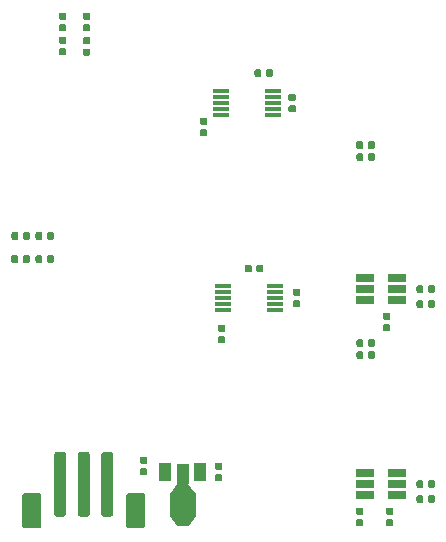
<source format=gbp>
G04 #@! TF.GenerationSoftware,KiCad,Pcbnew,(5.1.5)-3*
G04 #@! TF.CreationDate,2022-07-01T00:55:21+09:00*
G04 #@! TF.ProjectId,RP_MD,52505f4d-442e-46b6-9963-61645f706362,rev?*
G04 #@! TF.SameCoordinates,Original*
G04 #@! TF.FileFunction,Paste,Bot*
G04 #@! TF.FilePolarity,Positive*
%FSLAX46Y46*%
G04 Gerber Fmt 4.6, Leading zero omitted, Abs format (unit mm)*
G04 Created by KiCad (PCBNEW (5.1.5)-3) date 2022-07-01 00:55:21*
%MOMM*%
%LPD*%
G04 APERTURE LIST*
%ADD10C,0.100000*%
%ADD11R,2.200000X1.840000*%
%ADD12R,1.000000X1.500000*%
%ADD13R,1.000000X1.800000*%
%ADD14R,1.400000X0.300000*%
%ADD15R,1.560000X0.650000*%
G04 APERTURE END LIST*
D10*
G36*
X124608504Y-96009204D02*
G01*
X124632773Y-96012804D01*
X124656571Y-96018765D01*
X124679671Y-96027030D01*
X124701849Y-96037520D01*
X124722893Y-96050133D01*
X124742598Y-96064747D01*
X124760777Y-96081223D01*
X124777253Y-96099402D01*
X124791867Y-96119107D01*
X124804480Y-96140151D01*
X124814970Y-96162329D01*
X124823235Y-96185429D01*
X124829196Y-96209227D01*
X124832796Y-96233496D01*
X124834000Y-96258000D01*
X124834000Y-98758000D01*
X124832796Y-98782504D01*
X124829196Y-98806773D01*
X124823235Y-98830571D01*
X124814970Y-98853671D01*
X124804480Y-98875849D01*
X124791867Y-98896893D01*
X124777253Y-98916598D01*
X124760777Y-98934777D01*
X124742598Y-98951253D01*
X124722893Y-98965867D01*
X124701849Y-98978480D01*
X124679671Y-98988970D01*
X124656571Y-98997235D01*
X124632773Y-99003196D01*
X124608504Y-99006796D01*
X124584000Y-99008000D01*
X123484000Y-99008000D01*
X123459496Y-99006796D01*
X123435227Y-99003196D01*
X123411429Y-98997235D01*
X123388329Y-98988970D01*
X123366151Y-98978480D01*
X123345107Y-98965867D01*
X123325402Y-98951253D01*
X123307223Y-98934777D01*
X123290747Y-98916598D01*
X123276133Y-98896893D01*
X123263520Y-98875849D01*
X123253030Y-98853671D01*
X123244765Y-98830571D01*
X123238804Y-98806773D01*
X123235204Y-98782504D01*
X123234000Y-98758000D01*
X123234000Y-96258000D01*
X123235204Y-96233496D01*
X123238804Y-96209227D01*
X123244765Y-96185429D01*
X123253030Y-96162329D01*
X123263520Y-96140151D01*
X123276133Y-96119107D01*
X123290747Y-96099402D01*
X123307223Y-96081223D01*
X123325402Y-96064747D01*
X123345107Y-96050133D01*
X123366151Y-96037520D01*
X123388329Y-96027030D01*
X123411429Y-96018765D01*
X123435227Y-96012804D01*
X123459496Y-96009204D01*
X123484000Y-96008000D01*
X124584000Y-96008000D01*
X124608504Y-96009204D01*
G37*
G36*
X115808504Y-96009204D02*
G01*
X115832773Y-96012804D01*
X115856571Y-96018765D01*
X115879671Y-96027030D01*
X115901849Y-96037520D01*
X115922893Y-96050133D01*
X115942598Y-96064747D01*
X115960777Y-96081223D01*
X115977253Y-96099402D01*
X115991867Y-96119107D01*
X116004480Y-96140151D01*
X116014970Y-96162329D01*
X116023235Y-96185429D01*
X116029196Y-96209227D01*
X116032796Y-96233496D01*
X116034000Y-96258000D01*
X116034000Y-98758000D01*
X116032796Y-98782504D01*
X116029196Y-98806773D01*
X116023235Y-98830571D01*
X116014970Y-98853671D01*
X116004480Y-98875849D01*
X115991867Y-98896893D01*
X115977253Y-98916598D01*
X115960777Y-98934777D01*
X115942598Y-98951253D01*
X115922893Y-98965867D01*
X115901849Y-98978480D01*
X115879671Y-98988970D01*
X115856571Y-98997235D01*
X115832773Y-99003196D01*
X115808504Y-99006796D01*
X115784000Y-99008000D01*
X114684000Y-99008000D01*
X114659496Y-99006796D01*
X114635227Y-99003196D01*
X114611429Y-98997235D01*
X114588329Y-98988970D01*
X114566151Y-98978480D01*
X114545107Y-98965867D01*
X114525402Y-98951253D01*
X114507223Y-98934777D01*
X114490747Y-98916598D01*
X114476133Y-98896893D01*
X114463520Y-98875849D01*
X114453030Y-98853671D01*
X114444765Y-98830571D01*
X114438804Y-98806773D01*
X114435204Y-98782504D01*
X114434000Y-98758000D01*
X114434000Y-96258000D01*
X114435204Y-96233496D01*
X114438804Y-96209227D01*
X114444765Y-96185429D01*
X114453030Y-96162329D01*
X114463520Y-96140151D01*
X114476133Y-96119107D01*
X114490747Y-96099402D01*
X114507223Y-96081223D01*
X114525402Y-96064747D01*
X114545107Y-96050133D01*
X114566151Y-96037520D01*
X114588329Y-96027030D01*
X114611429Y-96018765D01*
X114635227Y-96012804D01*
X114659496Y-96009204D01*
X114684000Y-96008000D01*
X115784000Y-96008000D01*
X115808504Y-96009204D01*
G37*
G36*
X121908504Y-92509204D02*
G01*
X121932773Y-92512804D01*
X121956571Y-92518765D01*
X121979671Y-92527030D01*
X122001849Y-92537520D01*
X122022893Y-92550133D01*
X122042598Y-92564747D01*
X122060777Y-92581223D01*
X122077253Y-92599402D01*
X122091867Y-92619107D01*
X122104480Y-92640151D01*
X122114970Y-92662329D01*
X122123235Y-92685429D01*
X122129196Y-92709227D01*
X122132796Y-92733496D01*
X122134000Y-92758000D01*
X122134000Y-97758000D01*
X122132796Y-97782504D01*
X122129196Y-97806773D01*
X122123235Y-97830571D01*
X122114970Y-97853671D01*
X122104480Y-97875849D01*
X122091867Y-97896893D01*
X122077253Y-97916598D01*
X122060777Y-97934777D01*
X122042598Y-97951253D01*
X122022893Y-97965867D01*
X122001849Y-97978480D01*
X121979671Y-97988970D01*
X121956571Y-97997235D01*
X121932773Y-98003196D01*
X121908504Y-98006796D01*
X121884000Y-98008000D01*
X121384000Y-98008000D01*
X121359496Y-98006796D01*
X121335227Y-98003196D01*
X121311429Y-97997235D01*
X121288329Y-97988970D01*
X121266151Y-97978480D01*
X121245107Y-97965867D01*
X121225402Y-97951253D01*
X121207223Y-97934777D01*
X121190747Y-97916598D01*
X121176133Y-97896893D01*
X121163520Y-97875849D01*
X121153030Y-97853671D01*
X121144765Y-97830571D01*
X121138804Y-97806773D01*
X121135204Y-97782504D01*
X121134000Y-97758000D01*
X121134000Y-92758000D01*
X121135204Y-92733496D01*
X121138804Y-92709227D01*
X121144765Y-92685429D01*
X121153030Y-92662329D01*
X121163520Y-92640151D01*
X121176133Y-92619107D01*
X121190747Y-92599402D01*
X121207223Y-92581223D01*
X121225402Y-92564747D01*
X121245107Y-92550133D01*
X121266151Y-92537520D01*
X121288329Y-92527030D01*
X121311429Y-92518765D01*
X121335227Y-92512804D01*
X121359496Y-92509204D01*
X121384000Y-92508000D01*
X121884000Y-92508000D01*
X121908504Y-92509204D01*
G37*
G36*
X119908504Y-92509204D02*
G01*
X119932773Y-92512804D01*
X119956571Y-92518765D01*
X119979671Y-92527030D01*
X120001849Y-92537520D01*
X120022893Y-92550133D01*
X120042598Y-92564747D01*
X120060777Y-92581223D01*
X120077253Y-92599402D01*
X120091867Y-92619107D01*
X120104480Y-92640151D01*
X120114970Y-92662329D01*
X120123235Y-92685429D01*
X120129196Y-92709227D01*
X120132796Y-92733496D01*
X120134000Y-92758000D01*
X120134000Y-97758000D01*
X120132796Y-97782504D01*
X120129196Y-97806773D01*
X120123235Y-97830571D01*
X120114970Y-97853671D01*
X120104480Y-97875849D01*
X120091867Y-97896893D01*
X120077253Y-97916598D01*
X120060777Y-97934777D01*
X120042598Y-97951253D01*
X120022893Y-97965867D01*
X120001849Y-97978480D01*
X119979671Y-97988970D01*
X119956571Y-97997235D01*
X119932773Y-98003196D01*
X119908504Y-98006796D01*
X119884000Y-98008000D01*
X119384000Y-98008000D01*
X119359496Y-98006796D01*
X119335227Y-98003196D01*
X119311429Y-97997235D01*
X119288329Y-97988970D01*
X119266151Y-97978480D01*
X119245107Y-97965867D01*
X119225402Y-97951253D01*
X119207223Y-97934777D01*
X119190747Y-97916598D01*
X119176133Y-97896893D01*
X119163520Y-97875849D01*
X119153030Y-97853671D01*
X119144765Y-97830571D01*
X119138804Y-97806773D01*
X119135204Y-97782504D01*
X119134000Y-97758000D01*
X119134000Y-92758000D01*
X119135204Y-92733496D01*
X119138804Y-92709227D01*
X119144765Y-92685429D01*
X119153030Y-92662329D01*
X119163520Y-92640151D01*
X119176133Y-92619107D01*
X119190747Y-92599402D01*
X119207223Y-92581223D01*
X119225402Y-92564747D01*
X119245107Y-92550133D01*
X119266151Y-92537520D01*
X119288329Y-92527030D01*
X119311429Y-92518765D01*
X119335227Y-92512804D01*
X119359496Y-92509204D01*
X119384000Y-92508000D01*
X119884000Y-92508000D01*
X119908504Y-92509204D01*
G37*
G36*
X117908504Y-92509204D02*
G01*
X117932773Y-92512804D01*
X117956571Y-92518765D01*
X117979671Y-92527030D01*
X118001849Y-92537520D01*
X118022893Y-92550133D01*
X118042598Y-92564747D01*
X118060777Y-92581223D01*
X118077253Y-92599402D01*
X118091867Y-92619107D01*
X118104480Y-92640151D01*
X118114970Y-92662329D01*
X118123235Y-92685429D01*
X118129196Y-92709227D01*
X118132796Y-92733496D01*
X118134000Y-92758000D01*
X118134000Y-97758000D01*
X118132796Y-97782504D01*
X118129196Y-97806773D01*
X118123235Y-97830571D01*
X118114970Y-97853671D01*
X118104480Y-97875849D01*
X118091867Y-97896893D01*
X118077253Y-97916598D01*
X118060777Y-97934777D01*
X118042598Y-97951253D01*
X118022893Y-97965867D01*
X118001849Y-97978480D01*
X117979671Y-97988970D01*
X117956571Y-97997235D01*
X117932773Y-98003196D01*
X117908504Y-98006796D01*
X117884000Y-98008000D01*
X117384000Y-98008000D01*
X117359496Y-98006796D01*
X117335227Y-98003196D01*
X117311429Y-97997235D01*
X117288329Y-97988970D01*
X117266151Y-97978480D01*
X117245107Y-97965867D01*
X117225402Y-97951253D01*
X117207223Y-97934777D01*
X117190747Y-97916598D01*
X117176133Y-97896893D01*
X117163520Y-97875849D01*
X117153030Y-97853671D01*
X117144765Y-97830571D01*
X117138804Y-97806773D01*
X117135204Y-97782504D01*
X117134000Y-97758000D01*
X117134000Y-92758000D01*
X117135204Y-92733496D01*
X117138804Y-92709227D01*
X117144765Y-92685429D01*
X117153030Y-92662329D01*
X117163520Y-92640151D01*
X117176133Y-92619107D01*
X117190747Y-92599402D01*
X117207223Y-92581223D01*
X117225402Y-92564747D01*
X117245107Y-92550133D01*
X117266151Y-92537520D01*
X117288329Y-92527030D01*
X117311429Y-92518765D01*
X117335227Y-92512804D01*
X117359496Y-92509204D01*
X117384000Y-92508000D01*
X117884000Y-92508000D01*
X117908504Y-92509204D01*
G37*
G36*
X128416000Y-95118300D02*
G01*
X129116000Y-96118300D01*
X126916000Y-96118300D01*
X127616000Y-95118300D01*
X128416000Y-95118300D01*
G37*
D11*
X128016000Y-97028000D03*
D12*
X129516000Y-94214500D03*
D13*
X128016000Y-94361000D03*
D12*
X126516000Y-94214500D03*
D10*
G36*
X127516000Y-98786500D02*
G01*
X126916000Y-97936500D01*
X129116000Y-97936500D01*
X128516000Y-98786500D01*
X127516000Y-98786500D01*
G37*
G36*
X124900958Y-93916710D02*
G01*
X124915276Y-93918834D01*
X124929317Y-93922351D01*
X124942946Y-93927228D01*
X124956031Y-93933417D01*
X124968447Y-93940858D01*
X124980073Y-93949481D01*
X124990798Y-93959202D01*
X125000519Y-93969927D01*
X125009142Y-93981553D01*
X125016583Y-93993969D01*
X125022772Y-94007054D01*
X125027649Y-94020683D01*
X125031166Y-94034724D01*
X125033290Y-94049042D01*
X125034000Y-94063500D01*
X125034000Y-94358500D01*
X125033290Y-94372958D01*
X125031166Y-94387276D01*
X125027649Y-94401317D01*
X125022772Y-94414946D01*
X125016583Y-94428031D01*
X125009142Y-94440447D01*
X125000519Y-94452073D01*
X124990798Y-94462798D01*
X124980073Y-94472519D01*
X124968447Y-94481142D01*
X124956031Y-94488583D01*
X124942946Y-94494772D01*
X124929317Y-94499649D01*
X124915276Y-94503166D01*
X124900958Y-94505290D01*
X124886500Y-94506000D01*
X124541500Y-94506000D01*
X124527042Y-94505290D01*
X124512724Y-94503166D01*
X124498683Y-94499649D01*
X124485054Y-94494772D01*
X124471969Y-94488583D01*
X124459553Y-94481142D01*
X124447927Y-94472519D01*
X124437202Y-94462798D01*
X124427481Y-94452073D01*
X124418858Y-94440447D01*
X124411417Y-94428031D01*
X124405228Y-94414946D01*
X124400351Y-94401317D01*
X124396834Y-94387276D01*
X124394710Y-94372958D01*
X124394000Y-94358500D01*
X124394000Y-94063500D01*
X124394710Y-94049042D01*
X124396834Y-94034724D01*
X124400351Y-94020683D01*
X124405228Y-94007054D01*
X124411417Y-93993969D01*
X124418858Y-93981553D01*
X124427481Y-93969927D01*
X124437202Y-93959202D01*
X124447927Y-93949481D01*
X124459553Y-93940858D01*
X124471969Y-93933417D01*
X124485054Y-93927228D01*
X124498683Y-93922351D01*
X124512724Y-93918834D01*
X124527042Y-93916710D01*
X124541500Y-93916000D01*
X124886500Y-93916000D01*
X124900958Y-93916710D01*
G37*
G36*
X124900958Y-92946710D02*
G01*
X124915276Y-92948834D01*
X124929317Y-92952351D01*
X124942946Y-92957228D01*
X124956031Y-92963417D01*
X124968447Y-92970858D01*
X124980073Y-92979481D01*
X124990798Y-92989202D01*
X125000519Y-92999927D01*
X125009142Y-93011553D01*
X125016583Y-93023969D01*
X125022772Y-93037054D01*
X125027649Y-93050683D01*
X125031166Y-93064724D01*
X125033290Y-93079042D01*
X125034000Y-93093500D01*
X125034000Y-93388500D01*
X125033290Y-93402958D01*
X125031166Y-93417276D01*
X125027649Y-93431317D01*
X125022772Y-93444946D01*
X125016583Y-93458031D01*
X125009142Y-93470447D01*
X125000519Y-93482073D01*
X124990798Y-93492798D01*
X124980073Y-93502519D01*
X124968447Y-93511142D01*
X124956031Y-93518583D01*
X124942946Y-93524772D01*
X124929317Y-93529649D01*
X124915276Y-93533166D01*
X124900958Y-93535290D01*
X124886500Y-93536000D01*
X124541500Y-93536000D01*
X124527042Y-93535290D01*
X124512724Y-93533166D01*
X124498683Y-93529649D01*
X124485054Y-93524772D01*
X124471969Y-93518583D01*
X124459553Y-93511142D01*
X124447927Y-93502519D01*
X124437202Y-93492798D01*
X124427481Y-93482073D01*
X124418858Y-93470447D01*
X124411417Y-93458031D01*
X124405228Y-93444946D01*
X124400351Y-93431317D01*
X124396834Y-93417276D01*
X124394710Y-93402958D01*
X124394000Y-93388500D01*
X124394000Y-93093500D01*
X124394710Y-93079042D01*
X124396834Y-93064724D01*
X124400351Y-93050683D01*
X124405228Y-93037054D01*
X124411417Y-93023969D01*
X124418858Y-93011553D01*
X124427481Y-92999927D01*
X124437202Y-92989202D01*
X124447927Y-92979481D01*
X124459553Y-92970858D01*
X124471969Y-92963417D01*
X124485054Y-92957228D01*
X124498683Y-92952351D01*
X124512724Y-92948834D01*
X124527042Y-92946710D01*
X124541500Y-92946000D01*
X124886500Y-92946000D01*
X124900958Y-92946710D01*
G37*
G36*
X131250958Y-94424710D02*
G01*
X131265276Y-94426834D01*
X131279317Y-94430351D01*
X131292946Y-94435228D01*
X131306031Y-94441417D01*
X131318447Y-94448858D01*
X131330073Y-94457481D01*
X131340798Y-94467202D01*
X131350519Y-94477927D01*
X131359142Y-94489553D01*
X131366583Y-94501969D01*
X131372772Y-94515054D01*
X131377649Y-94528683D01*
X131381166Y-94542724D01*
X131383290Y-94557042D01*
X131384000Y-94571500D01*
X131384000Y-94866500D01*
X131383290Y-94880958D01*
X131381166Y-94895276D01*
X131377649Y-94909317D01*
X131372772Y-94922946D01*
X131366583Y-94936031D01*
X131359142Y-94948447D01*
X131350519Y-94960073D01*
X131340798Y-94970798D01*
X131330073Y-94980519D01*
X131318447Y-94989142D01*
X131306031Y-94996583D01*
X131292946Y-95002772D01*
X131279317Y-95007649D01*
X131265276Y-95011166D01*
X131250958Y-95013290D01*
X131236500Y-95014000D01*
X130891500Y-95014000D01*
X130877042Y-95013290D01*
X130862724Y-95011166D01*
X130848683Y-95007649D01*
X130835054Y-95002772D01*
X130821969Y-94996583D01*
X130809553Y-94989142D01*
X130797927Y-94980519D01*
X130787202Y-94970798D01*
X130777481Y-94960073D01*
X130768858Y-94948447D01*
X130761417Y-94936031D01*
X130755228Y-94922946D01*
X130750351Y-94909317D01*
X130746834Y-94895276D01*
X130744710Y-94880958D01*
X130744000Y-94866500D01*
X130744000Y-94571500D01*
X130744710Y-94557042D01*
X130746834Y-94542724D01*
X130750351Y-94528683D01*
X130755228Y-94515054D01*
X130761417Y-94501969D01*
X130768858Y-94489553D01*
X130777481Y-94477927D01*
X130787202Y-94467202D01*
X130797927Y-94457481D01*
X130809553Y-94448858D01*
X130821969Y-94441417D01*
X130835054Y-94435228D01*
X130848683Y-94430351D01*
X130862724Y-94426834D01*
X130877042Y-94424710D01*
X130891500Y-94424000D01*
X131236500Y-94424000D01*
X131250958Y-94424710D01*
G37*
G36*
X131250958Y-93454710D02*
G01*
X131265276Y-93456834D01*
X131279317Y-93460351D01*
X131292946Y-93465228D01*
X131306031Y-93471417D01*
X131318447Y-93478858D01*
X131330073Y-93487481D01*
X131340798Y-93497202D01*
X131350519Y-93507927D01*
X131359142Y-93519553D01*
X131366583Y-93531969D01*
X131372772Y-93545054D01*
X131377649Y-93558683D01*
X131381166Y-93572724D01*
X131383290Y-93587042D01*
X131384000Y-93601500D01*
X131384000Y-93896500D01*
X131383290Y-93910958D01*
X131381166Y-93925276D01*
X131377649Y-93939317D01*
X131372772Y-93952946D01*
X131366583Y-93966031D01*
X131359142Y-93978447D01*
X131350519Y-93990073D01*
X131340798Y-94000798D01*
X131330073Y-94010519D01*
X131318447Y-94019142D01*
X131306031Y-94026583D01*
X131292946Y-94032772D01*
X131279317Y-94037649D01*
X131265276Y-94041166D01*
X131250958Y-94043290D01*
X131236500Y-94044000D01*
X130891500Y-94044000D01*
X130877042Y-94043290D01*
X130862724Y-94041166D01*
X130848683Y-94037649D01*
X130835054Y-94032772D01*
X130821969Y-94026583D01*
X130809553Y-94019142D01*
X130797927Y-94010519D01*
X130787202Y-94000798D01*
X130777481Y-93990073D01*
X130768858Y-93978447D01*
X130761417Y-93966031D01*
X130755228Y-93952946D01*
X130750351Y-93939317D01*
X130746834Y-93925276D01*
X130744710Y-93910958D01*
X130744000Y-93896500D01*
X130744000Y-93601500D01*
X130744710Y-93587042D01*
X130746834Y-93572724D01*
X130750351Y-93558683D01*
X130755228Y-93545054D01*
X130761417Y-93531969D01*
X130768858Y-93519553D01*
X130777481Y-93507927D01*
X130787202Y-93497202D01*
X130797927Y-93487481D01*
X130809553Y-93478858D01*
X130821969Y-93471417D01*
X130835054Y-93465228D01*
X130848683Y-93460351D01*
X130862724Y-93456834D01*
X130877042Y-93454710D01*
X130891500Y-93454000D01*
X131236500Y-93454000D01*
X131250958Y-93454710D01*
G37*
G36*
X144156958Y-84008710D02*
G01*
X144171276Y-84010834D01*
X144185317Y-84014351D01*
X144198946Y-84019228D01*
X144212031Y-84025417D01*
X144224447Y-84032858D01*
X144236073Y-84041481D01*
X144246798Y-84051202D01*
X144256519Y-84061927D01*
X144265142Y-84073553D01*
X144272583Y-84085969D01*
X144278772Y-84099054D01*
X144283649Y-84112683D01*
X144287166Y-84126724D01*
X144289290Y-84141042D01*
X144290000Y-84155500D01*
X144290000Y-84500500D01*
X144289290Y-84514958D01*
X144287166Y-84529276D01*
X144283649Y-84543317D01*
X144278772Y-84556946D01*
X144272583Y-84570031D01*
X144265142Y-84582447D01*
X144256519Y-84594073D01*
X144246798Y-84604798D01*
X144236073Y-84614519D01*
X144224447Y-84623142D01*
X144212031Y-84630583D01*
X144198946Y-84636772D01*
X144185317Y-84641649D01*
X144171276Y-84645166D01*
X144156958Y-84647290D01*
X144142500Y-84648000D01*
X143847500Y-84648000D01*
X143833042Y-84647290D01*
X143818724Y-84645166D01*
X143804683Y-84641649D01*
X143791054Y-84636772D01*
X143777969Y-84630583D01*
X143765553Y-84623142D01*
X143753927Y-84614519D01*
X143743202Y-84604798D01*
X143733481Y-84594073D01*
X143724858Y-84582447D01*
X143717417Y-84570031D01*
X143711228Y-84556946D01*
X143706351Y-84543317D01*
X143702834Y-84529276D01*
X143700710Y-84514958D01*
X143700000Y-84500500D01*
X143700000Y-84155500D01*
X143700710Y-84141042D01*
X143702834Y-84126724D01*
X143706351Y-84112683D01*
X143711228Y-84099054D01*
X143717417Y-84085969D01*
X143724858Y-84073553D01*
X143733481Y-84061927D01*
X143743202Y-84051202D01*
X143753927Y-84041481D01*
X143765553Y-84032858D01*
X143777969Y-84025417D01*
X143791054Y-84019228D01*
X143804683Y-84014351D01*
X143818724Y-84010834D01*
X143833042Y-84008710D01*
X143847500Y-84008000D01*
X144142500Y-84008000D01*
X144156958Y-84008710D01*
G37*
G36*
X143186958Y-84008710D02*
G01*
X143201276Y-84010834D01*
X143215317Y-84014351D01*
X143228946Y-84019228D01*
X143242031Y-84025417D01*
X143254447Y-84032858D01*
X143266073Y-84041481D01*
X143276798Y-84051202D01*
X143286519Y-84061927D01*
X143295142Y-84073553D01*
X143302583Y-84085969D01*
X143308772Y-84099054D01*
X143313649Y-84112683D01*
X143317166Y-84126724D01*
X143319290Y-84141042D01*
X143320000Y-84155500D01*
X143320000Y-84500500D01*
X143319290Y-84514958D01*
X143317166Y-84529276D01*
X143313649Y-84543317D01*
X143308772Y-84556946D01*
X143302583Y-84570031D01*
X143295142Y-84582447D01*
X143286519Y-84594073D01*
X143276798Y-84604798D01*
X143266073Y-84614519D01*
X143254447Y-84623142D01*
X143242031Y-84630583D01*
X143228946Y-84636772D01*
X143215317Y-84641649D01*
X143201276Y-84645166D01*
X143186958Y-84647290D01*
X143172500Y-84648000D01*
X142877500Y-84648000D01*
X142863042Y-84647290D01*
X142848724Y-84645166D01*
X142834683Y-84641649D01*
X142821054Y-84636772D01*
X142807969Y-84630583D01*
X142795553Y-84623142D01*
X142783927Y-84614519D01*
X142773202Y-84604798D01*
X142763481Y-84594073D01*
X142754858Y-84582447D01*
X142747417Y-84570031D01*
X142741228Y-84556946D01*
X142736351Y-84543317D01*
X142732834Y-84529276D01*
X142730710Y-84514958D01*
X142730000Y-84500500D01*
X142730000Y-84155500D01*
X142730710Y-84141042D01*
X142732834Y-84126724D01*
X142736351Y-84112683D01*
X142741228Y-84099054D01*
X142747417Y-84085969D01*
X142754858Y-84073553D01*
X142763481Y-84061927D01*
X142773202Y-84051202D01*
X142783927Y-84041481D01*
X142795553Y-84032858D01*
X142807969Y-84025417D01*
X142821054Y-84019228D01*
X142834683Y-84014351D01*
X142848724Y-84010834D01*
X142863042Y-84008710D01*
X142877500Y-84008000D01*
X143172500Y-84008000D01*
X143186958Y-84008710D01*
G37*
G36*
X113953958Y-75880710D02*
G01*
X113968276Y-75882834D01*
X113982317Y-75886351D01*
X113995946Y-75891228D01*
X114009031Y-75897417D01*
X114021447Y-75904858D01*
X114033073Y-75913481D01*
X114043798Y-75923202D01*
X114053519Y-75933927D01*
X114062142Y-75945553D01*
X114069583Y-75957969D01*
X114075772Y-75971054D01*
X114080649Y-75984683D01*
X114084166Y-75998724D01*
X114086290Y-76013042D01*
X114087000Y-76027500D01*
X114087000Y-76372500D01*
X114086290Y-76386958D01*
X114084166Y-76401276D01*
X114080649Y-76415317D01*
X114075772Y-76428946D01*
X114069583Y-76442031D01*
X114062142Y-76454447D01*
X114053519Y-76466073D01*
X114043798Y-76476798D01*
X114033073Y-76486519D01*
X114021447Y-76495142D01*
X114009031Y-76502583D01*
X113995946Y-76508772D01*
X113982317Y-76513649D01*
X113968276Y-76517166D01*
X113953958Y-76519290D01*
X113939500Y-76520000D01*
X113644500Y-76520000D01*
X113630042Y-76519290D01*
X113615724Y-76517166D01*
X113601683Y-76513649D01*
X113588054Y-76508772D01*
X113574969Y-76502583D01*
X113562553Y-76495142D01*
X113550927Y-76486519D01*
X113540202Y-76476798D01*
X113530481Y-76466073D01*
X113521858Y-76454447D01*
X113514417Y-76442031D01*
X113508228Y-76428946D01*
X113503351Y-76415317D01*
X113499834Y-76401276D01*
X113497710Y-76386958D01*
X113497000Y-76372500D01*
X113497000Y-76027500D01*
X113497710Y-76013042D01*
X113499834Y-75998724D01*
X113503351Y-75984683D01*
X113508228Y-75971054D01*
X113514417Y-75957969D01*
X113521858Y-75945553D01*
X113530481Y-75933927D01*
X113540202Y-75923202D01*
X113550927Y-75913481D01*
X113562553Y-75904858D01*
X113574969Y-75897417D01*
X113588054Y-75891228D01*
X113601683Y-75886351D01*
X113615724Y-75882834D01*
X113630042Y-75880710D01*
X113644500Y-75880000D01*
X113939500Y-75880000D01*
X113953958Y-75880710D01*
G37*
G36*
X114923958Y-75880710D02*
G01*
X114938276Y-75882834D01*
X114952317Y-75886351D01*
X114965946Y-75891228D01*
X114979031Y-75897417D01*
X114991447Y-75904858D01*
X115003073Y-75913481D01*
X115013798Y-75923202D01*
X115023519Y-75933927D01*
X115032142Y-75945553D01*
X115039583Y-75957969D01*
X115045772Y-75971054D01*
X115050649Y-75984683D01*
X115054166Y-75998724D01*
X115056290Y-76013042D01*
X115057000Y-76027500D01*
X115057000Y-76372500D01*
X115056290Y-76386958D01*
X115054166Y-76401276D01*
X115050649Y-76415317D01*
X115045772Y-76428946D01*
X115039583Y-76442031D01*
X115032142Y-76454447D01*
X115023519Y-76466073D01*
X115013798Y-76476798D01*
X115003073Y-76486519D01*
X114991447Y-76495142D01*
X114979031Y-76502583D01*
X114965946Y-76508772D01*
X114952317Y-76513649D01*
X114938276Y-76517166D01*
X114923958Y-76519290D01*
X114909500Y-76520000D01*
X114614500Y-76520000D01*
X114600042Y-76519290D01*
X114585724Y-76517166D01*
X114571683Y-76513649D01*
X114558054Y-76508772D01*
X114544969Y-76502583D01*
X114532553Y-76495142D01*
X114520927Y-76486519D01*
X114510202Y-76476798D01*
X114500481Y-76466073D01*
X114491858Y-76454447D01*
X114484417Y-76442031D01*
X114478228Y-76428946D01*
X114473351Y-76415317D01*
X114469834Y-76401276D01*
X114467710Y-76386958D01*
X114467000Y-76372500D01*
X114467000Y-76027500D01*
X114467710Y-76013042D01*
X114469834Y-75998724D01*
X114473351Y-75984683D01*
X114478228Y-75971054D01*
X114484417Y-75957969D01*
X114491858Y-75945553D01*
X114500481Y-75933927D01*
X114510202Y-75923202D01*
X114520927Y-75913481D01*
X114532553Y-75904858D01*
X114544969Y-75897417D01*
X114558054Y-75891228D01*
X114571683Y-75886351D01*
X114585724Y-75882834D01*
X114600042Y-75880710D01*
X114614500Y-75880000D01*
X114909500Y-75880000D01*
X114923958Y-75880710D01*
G37*
G36*
X113976958Y-73920710D02*
G01*
X113991276Y-73922834D01*
X114005317Y-73926351D01*
X114018946Y-73931228D01*
X114032031Y-73937417D01*
X114044447Y-73944858D01*
X114056073Y-73953481D01*
X114066798Y-73963202D01*
X114076519Y-73973927D01*
X114085142Y-73985553D01*
X114092583Y-73997969D01*
X114098772Y-74011054D01*
X114103649Y-74024683D01*
X114107166Y-74038724D01*
X114109290Y-74053042D01*
X114110000Y-74067500D01*
X114110000Y-74412500D01*
X114109290Y-74426958D01*
X114107166Y-74441276D01*
X114103649Y-74455317D01*
X114098772Y-74468946D01*
X114092583Y-74482031D01*
X114085142Y-74494447D01*
X114076519Y-74506073D01*
X114066798Y-74516798D01*
X114056073Y-74526519D01*
X114044447Y-74535142D01*
X114032031Y-74542583D01*
X114018946Y-74548772D01*
X114005317Y-74553649D01*
X113991276Y-74557166D01*
X113976958Y-74559290D01*
X113962500Y-74560000D01*
X113667500Y-74560000D01*
X113653042Y-74559290D01*
X113638724Y-74557166D01*
X113624683Y-74553649D01*
X113611054Y-74548772D01*
X113597969Y-74542583D01*
X113585553Y-74535142D01*
X113573927Y-74526519D01*
X113563202Y-74516798D01*
X113553481Y-74506073D01*
X113544858Y-74494447D01*
X113537417Y-74482031D01*
X113531228Y-74468946D01*
X113526351Y-74455317D01*
X113522834Y-74441276D01*
X113520710Y-74426958D01*
X113520000Y-74412500D01*
X113520000Y-74067500D01*
X113520710Y-74053042D01*
X113522834Y-74038724D01*
X113526351Y-74024683D01*
X113531228Y-74011054D01*
X113537417Y-73997969D01*
X113544858Y-73985553D01*
X113553481Y-73973927D01*
X113563202Y-73963202D01*
X113573927Y-73953481D01*
X113585553Y-73944858D01*
X113597969Y-73937417D01*
X113611054Y-73931228D01*
X113624683Y-73926351D01*
X113638724Y-73922834D01*
X113653042Y-73920710D01*
X113667500Y-73920000D01*
X113962500Y-73920000D01*
X113976958Y-73920710D01*
G37*
G36*
X114946958Y-73920710D02*
G01*
X114961276Y-73922834D01*
X114975317Y-73926351D01*
X114988946Y-73931228D01*
X115002031Y-73937417D01*
X115014447Y-73944858D01*
X115026073Y-73953481D01*
X115036798Y-73963202D01*
X115046519Y-73973927D01*
X115055142Y-73985553D01*
X115062583Y-73997969D01*
X115068772Y-74011054D01*
X115073649Y-74024683D01*
X115077166Y-74038724D01*
X115079290Y-74053042D01*
X115080000Y-74067500D01*
X115080000Y-74412500D01*
X115079290Y-74426958D01*
X115077166Y-74441276D01*
X115073649Y-74455317D01*
X115068772Y-74468946D01*
X115062583Y-74482031D01*
X115055142Y-74494447D01*
X115046519Y-74506073D01*
X115036798Y-74516798D01*
X115026073Y-74526519D01*
X115014447Y-74535142D01*
X115002031Y-74542583D01*
X114988946Y-74548772D01*
X114975317Y-74553649D01*
X114961276Y-74557166D01*
X114946958Y-74559290D01*
X114932500Y-74560000D01*
X114637500Y-74560000D01*
X114623042Y-74559290D01*
X114608724Y-74557166D01*
X114594683Y-74553649D01*
X114581054Y-74548772D01*
X114567969Y-74542583D01*
X114555553Y-74535142D01*
X114543927Y-74526519D01*
X114533202Y-74516798D01*
X114523481Y-74506073D01*
X114514858Y-74494447D01*
X114507417Y-74482031D01*
X114501228Y-74468946D01*
X114496351Y-74455317D01*
X114492834Y-74441276D01*
X114490710Y-74426958D01*
X114490000Y-74412500D01*
X114490000Y-74067500D01*
X114490710Y-74053042D01*
X114492834Y-74038724D01*
X114496351Y-74024683D01*
X114501228Y-74011054D01*
X114507417Y-73997969D01*
X114514858Y-73985553D01*
X114523481Y-73973927D01*
X114533202Y-73963202D01*
X114543927Y-73953481D01*
X114555553Y-73944858D01*
X114567969Y-73937417D01*
X114581054Y-73931228D01*
X114594683Y-73926351D01*
X114608724Y-73922834D01*
X114623042Y-73920710D01*
X114637500Y-73920000D01*
X114932500Y-73920000D01*
X114946958Y-73920710D01*
G37*
G36*
X118042958Y-55354710D02*
G01*
X118057276Y-55356834D01*
X118071317Y-55360351D01*
X118084946Y-55365228D01*
X118098031Y-55371417D01*
X118110447Y-55378858D01*
X118122073Y-55387481D01*
X118132798Y-55397202D01*
X118142519Y-55407927D01*
X118151142Y-55419553D01*
X118158583Y-55431969D01*
X118164772Y-55445054D01*
X118169649Y-55458683D01*
X118173166Y-55472724D01*
X118175290Y-55487042D01*
X118176000Y-55501500D01*
X118176000Y-55796500D01*
X118175290Y-55810958D01*
X118173166Y-55825276D01*
X118169649Y-55839317D01*
X118164772Y-55852946D01*
X118158583Y-55866031D01*
X118151142Y-55878447D01*
X118142519Y-55890073D01*
X118132798Y-55900798D01*
X118122073Y-55910519D01*
X118110447Y-55919142D01*
X118098031Y-55926583D01*
X118084946Y-55932772D01*
X118071317Y-55937649D01*
X118057276Y-55941166D01*
X118042958Y-55943290D01*
X118028500Y-55944000D01*
X117683500Y-55944000D01*
X117669042Y-55943290D01*
X117654724Y-55941166D01*
X117640683Y-55937649D01*
X117627054Y-55932772D01*
X117613969Y-55926583D01*
X117601553Y-55919142D01*
X117589927Y-55910519D01*
X117579202Y-55900798D01*
X117569481Y-55890073D01*
X117560858Y-55878447D01*
X117553417Y-55866031D01*
X117547228Y-55852946D01*
X117542351Y-55839317D01*
X117538834Y-55825276D01*
X117536710Y-55810958D01*
X117536000Y-55796500D01*
X117536000Y-55501500D01*
X117536710Y-55487042D01*
X117538834Y-55472724D01*
X117542351Y-55458683D01*
X117547228Y-55445054D01*
X117553417Y-55431969D01*
X117560858Y-55419553D01*
X117569481Y-55407927D01*
X117579202Y-55397202D01*
X117589927Y-55387481D01*
X117601553Y-55378858D01*
X117613969Y-55371417D01*
X117627054Y-55365228D01*
X117640683Y-55360351D01*
X117654724Y-55356834D01*
X117669042Y-55354710D01*
X117683500Y-55354000D01*
X118028500Y-55354000D01*
X118042958Y-55354710D01*
G37*
G36*
X118042958Y-56324710D02*
G01*
X118057276Y-56326834D01*
X118071317Y-56330351D01*
X118084946Y-56335228D01*
X118098031Y-56341417D01*
X118110447Y-56348858D01*
X118122073Y-56357481D01*
X118132798Y-56367202D01*
X118142519Y-56377927D01*
X118151142Y-56389553D01*
X118158583Y-56401969D01*
X118164772Y-56415054D01*
X118169649Y-56428683D01*
X118173166Y-56442724D01*
X118175290Y-56457042D01*
X118176000Y-56471500D01*
X118176000Y-56766500D01*
X118175290Y-56780958D01*
X118173166Y-56795276D01*
X118169649Y-56809317D01*
X118164772Y-56822946D01*
X118158583Y-56836031D01*
X118151142Y-56848447D01*
X118142519Y-56860073D01*
X118132798Y-56870798D01*
X118122073Y-56880519D01*
X118110447Y-56889142D01*
X118098031Y-56896583D01*
X118084946Y-56902772D01*
X118071317Y-56907649D01*
X118057276Y-56911166D01*
X118042958Y-56913290D01*
X118028500Y-56914000D01*
X117683500Y-56914000D01*
X117669042Y-56913290D01*
X117654724Y-56911166D01*
X117640683Y-56907649D01*
X117627054Y-56902772D01*
X117613969Y-56896583D01*
X117601553Y-56889142D01*
X117589927Y-56880519D01*
X117579202Y-56870798D01*
X117569481Y-56860073D01*
X117560858Y-56848447D01*
X117553417Y-56836031D01*
X117547228Y-56822946D01*
X117542351Y-56809317D01*
X117538834Y-56795276D01*
X117536710Y-56780958D01*
X117536000Y-56766500D01*
X117536000Y-56471500D01*
X117536710Y-56457042D01*
X117538834Y-56442724D01*
X117542351Y-56428683D01*
X117547228Y-56415054D01*
X117553417Y-56401969D01*
X117560858Y-56389553D01*
X117569481Y-56377927D01*
X117579202Y-56367202D01*
X117589927Y-56357481D01*
X117601553Y-56348858D01*
X117613969Y-56341417D01*
X117627054Y-56335228D01*
X117640683Y-56330351D01*
X117654724Y-56326834D01*
X117669042Y-56324710D01*
X117683500Y-56324000D01*
X118028500Y-56324000D01*
X118042958Y-56324710D01*
G37*
G36*
X120074958Y-55354710D02*
G01*
X120089276Y-55356834D01*
X120103317Y-55360351D01*
X120116946Y-55365228D01*
X120130031Y-55371417D01*
X120142447Y-55378858D01*
X120154073Y-55387481D01*
X120164798Y-55397202D01*
X120174519Y-55407927D01*
X120183142Y-55419553D01*
X120190583Y-55431969D01*
X120196772Y-55445054D01*
X120201649Y-55458683D01*
X120205166Y-55472724D01*
X120207290Y-55487042D01*
X120208000Y-55501500D01*
X120208000Y-55796500D01*
X120207290Y-55810958D01*
X120205166Y-55825276D01*
X120201649Y-55839317D01*
X120196772Y-55852946D01*
X120190583Y-55866031D01*
X120183142Y-55878447D01*
X120174519Y-55890073D01*
X120164798Y-55900798D01*
X120154073Y-55910519D01*
X120142447Y-55919142D01*
X120130031Y-55926583D01*
X120116946Y-55932772D01*
X120103317Y-55937649D01*
X120089276Y-55941166D01*
X120074958Y-55943290D01*
X120060500Y-55944000D01*
X119715500Y-55944000D01*
X119701042Y-55943290D01*
X119686724Y-55941166D01*
X119672683Y-55937649D01*
X119659054Y-55932772D01*
X119645969Y-55926583D01*
X119633553Y-55919142D01*
X119621927Y-55910519D01*
X119611202Y-55900798D01*
X119601481Y-55890073D01*
X119592858Y-55878447D01*
X119585417Y-55866031D01*
X119579228Y-55852946D01*
X119574351Y-55839317D01*
X119570834Y-55825276D01*
X119568710Y-55810958D01*
X119568000Y-55796500D01*
X119568000Y-55501500D01*
X119568710Y-55487042D01*
X119570834Y-55472724D01*
X119574351Y-55458683D01*
X119579228Y-55445054D01*
X119585417Y-55431969D01*
X119592858Y-55419553D01*
X119601481Y-55407927D01*
X119611202Y-55397202D01*
X119621927Y-55387481D01*
X119633553Y-55378858D01*
X119645969Y-55371417D01*
X119659054Y-55365228D01*
X119672683Y-55360351D01*
X119686724Y-55356834D01*
X119701042Y-55354710D01*
X119715500Y-55354000D01*
X120060500Y-55354000D01*
X120074958Y-55354710D01*
G37*
G36*
X120074958Y-56324710D02*
G01*
X120089276Y-56326834D01*
X120103317Y-56330351D01*
X120116946Y-56335228D01*
X120130031Y-56341417D01*
X120142447Y-56348858D01*
X120154073Y-56357481D01*
X120164798Y-56367202D01*
X120174519Y-56377927D01*
X120183142Y-56389553D01*
X120190583Y-56401969D01*
X120196772Y-56415054D01*
X120201649Y-56428683D01*
X120205166Y-56442724D01*
X120207290Y-56457042D01*
X120208000Y-56471500D01*
X120208000Y-56766500D01*
X120207290Y-56780958D01*
X120205166Y-56795276D01*
X120201649Y-56809317D01*
X120196772Y-56822946D01*
X120190583Y-56836031D01*
X120183142Y-56848447D01*
X120174519Y-56860073D01*
X120164798Y-56870798D01*
X120154073Y-56880519D01*
X120142447Y-56889142D01*
X120130031Y-56896583D01*
X120116946Y-56902772D01*
X120103317Y-56907649D01*
X120089276Y-56911166D01*
X120074958Y-56913290D01*
X120060500Y-56914000D01*
X119715500Y-56914000D01*
X119701042Y-56913290D01*
X119686724Y-56911166D01*
X119672683Y-56907649D01*
X119659054Y-56902772D01*
X119645969Y-56896583D01*
X119633553Y-56889142D01*
X119621927Y-56880519D01*
X119611202Y-56870798D01*
X119601481Y-56860073D01*
X119592858Y-56848447D01*
X119585417Y-56836031D01*
X119579228Y-56822946D01*
X119574351Y-56809317D01*
X119570834Y-56795276D01*
X119568710Y-56780958D01*
X119568000Y-56766500D01*
X119568000Y-56471500D01*
X119568710Y-56457042D01*
X119570834Y-56442724D01*
X119574351Y-56428683D01*
X119579228Y-56415054D01*
X119585417Y-56401969D01*
X119592858Y-56389553D01*
X119601481Y-56377927D01*
X119611202Y-56367202D01*
X119621927Y-56357481D01*
X119633553Y-56348858D01*
X119645969Y-56341417D01*
X119659054Y-56335228D01*
X119672683Y-56330351D01*
X119686724Y-56326834D01*
X119701042Y-56324710D01*
X119715500Y-56324000D01*
X120060500Y-56324000D01*
X120074958Y-56324710D01*
G37*
G36*
X116978958Y-75880710D02*
G01*
X116993276Y-75882834D01*
X117007317Y-75886351D01*
X117020946Y-75891228D01*
X117034031Y-75897417D01*
X117046447Y-75904858D01*
X117058073Y-75913481D01*
X117068798Y-75923202D01*
X117078519Y-75933927D01*
X117087142Y-75945553D01*
X117094583Y-75957969D01*
X117100772Y-75971054D01*
X117105649Y-75984683D01*
X117109166Y-75998724D01*
X117111290Y-76013042D01*
X117112000Y-76027500D01*
X117112000Y-76372500D01*
X117111290Y-76386958D01*
X117109166Y-76401276D01*
X117105649Y-76415317D01*
X117100772Y-76428946D01*
X117094583Y-76442031D01*
X117087142Y-76454447D01*
X117078519Y-76466073D01*
X117068798Y-76476798D01*
X117058073Y-76486519D01*
X117046447Y-76495142D01*
X117034031Y-76502583D01*
X117020946Y-76508772D01*
X117007317Y-76513649D01*
X116993276Y-76517166D01*
X116978958Y-76519290D01*
X116964500Y-76520000D01*
X116669500Y-76520000D01*
X116655042Y-76519290D01*
X116640724Y-76517166D01*
X116626683Y-76513649D01*
X116613054Y-76508772D01*
X116599969Y-76502583D01*
X116587553Y-76495142D01*
X116575927Y-76486519D01*
X116565202Y-76476798D01*
X116555481Y-76466073D01*
X116546858Y-76454447D01*
X116539417Y-76442031D01*
X116533228Y-76428946D01*
X116528351Y-76415317D01*
X116524834Y-76401276D01*
X116522710Y-76386958D01*
X116522000Y-76372500D01*
X116522000Y-76027500D01*
X116522710Y-76013042D01*
X116524834Y-75998724D01*
X116528351Y-75984683D01*
X116533228Y-75971054D01*
X116539417Y-75957969D01*
X116546858Y-75945553D01*
X116555481Y-75933927D01*
X116565202Y-75923202D01*
X116575927Y-75913481D01*
X116587553Y-75904858D01*
X116599969Y-75897417D01*
X116613054Y-75891228D01*
X116626683Y-75886351D01*
X116640724Y-75882834D01*
X116655042Y-75880710D01*
X116669500Y-75880000D01*
X116964500Y-75880000D01*
X116978958Y-75880710D01*
G37*
G36*
X116008958Y-75880710D02*
G01*
X116023276Y-75882834D01*
X116037317Y-75886351D01*
X116050946Y-75891228D01*
X116064031Y-75897417D01*
X116076447Y-75904858D01*
X116088073Y-75913481D01*
X116098798Y-75923202D01*
X116108519Y-75933927D01*
X116117142Y-75945553D01*
X116124583Y-75957969D01*
X116130772Y-75971054D01*
X116135649Y-75984683D01*
X116139166Y-75998724D01*
X116141290Y-76013042D01*
X116142000Y-76027500D01*
X116142000Y-76372500D01*
X116141290Y-76386958D01*
X116139166Y-76401276D01*
X116135649Y-76415317D01*
X116130772Y-76428946D01*
X116124583Y-76442031D01*
X116117142Y-76454447D01*
X116108519Y-76466073D01*
X116098798Y-76476798D01*
X116088073Y-76486519D01*
X116076447Y-76495142D01*
X116064031Y-76502583D01*
X116050946Y-76508772D01*
X116037317Y-76513649D01*
X116023276Y-76517166D01*
X116008958Y-76519290D01*
X115994500Y-76520000D01*
X115699500Y-76520000D01*
X115685042Y-76519290D01*
X115670724Y-76517166D01*
X115656683Y-76513649D01*
X115643054Y-76508772D01*
X115629969Y-76502583D01*
X115617553Y-76495142D01*
X115605927Y-76486519D01*
X115595202Y-76476798D01*
X115585481Y-76466073D01*
X115576858Y-76454447D01*
X115569417Y-76442031D01*
X115563228Y-76428946D01*
X115558351Y-76415317D01*
X115554834Y-76401276D01*
X115552710Y-76386958D01*
X115552000Y-76372500D01*
X115552000Y-76027500D01*
X115552710Y-76013042D01*
X115554834Y-75998724D01*
X115558351Y-75984683D01*
X115563228Y-75971054D01*
X115569417Y-75957969D01*
X115576858Y-75945553D01*
X115585481Y-75933927D01*
X115595202Y-75923202D01*
X115605927Y-75913481D01*
X115617553Y-75904858D01*
X115629969Y-75897417D01*
X115643054Y-75891228D01*
X115656683Y-75886351D01*
X115670724Y-75882834D01*
X115685042Y-75880710D01*
X115699500Y-75880000D01*
X115994500Y-75880000D01*
X116008958Y-75880710D01*
G37*
G36*
X118042958Y-58356710D02*
G01*
X118057276Y-58358834D01*
X118071317Y-58362351D01*
X118084946Y-58367228D01*
X118098031Y-58373417D01*
X118110447Y-58380858D01*
X118122073Y-58389481D01*
X118132798Y-58399202D01*
X118142519Y-58409927D01*
X118151142Y-58421553D01*
X118158583Y-58433969D01*
X118164772Y-58447054D01*
X118169649Y-58460683D01*
X118173166Y-58474724D01*
X118175290Y-58489042D01*
X118176000Y-58503500D01*
X118176000Y-58798500D01*
X118175290Y-58812958D01*
X118173166Y-58827276D01*
X118169649Y-58841317D01*
X118164772Y-58854946D01*
X118158583Y-58868031D01*
X118151142Y-58880447D01*
X118142519Y-58892073D01*
X118132798Y-58902798D01*
X118122073Y-58912519D01*
X118110447Y-58921142D01*
X118098031Y-58928583D01*
X118084946Y-58934772D01*
X118071317Y-58939649D01*
X118057276Y-58943166D01*
X118042958Y-58945290D01*
X118028500Y-58946000D01*
X117683500Y-58946000D01*
X117669042Y-58945290D01*
X117654724Y-58943166D01*
X117640683Y-58939649D01*
X117627054Y-58934772D01*
X117613969Y-58928583D01*
X117601553Y-58921142D01*
X117589927Y-58912519D01*
X117579202Y-58902798D01*
X117569481Y-58892073D01*
X117560858Y-58880447D01*
X117553417Y-58868031D01*
X117547228Y-58854946D01*
X117542351Y-58841317D01*
X117538834Y-58827276D01*
X117536710Y-58812958D01*
X117536000Y-58798500D01*
X117536000Y-58503500D01*
X117536710Y-58489042D01*
X117538834Y-58474724D01*
X117542351Y-58460683D01*
X117547228Y-58447054D01*
X117553417Y-58433969D01*
X117560858Y-58421553D01*
X117569481Y-58409927D01*
X117579202Y-58399202D01*
X117589927Y-58389481D01*
X117601553Y-58380858D01*
X117613969Y-58373417D01*
X117627054Y-58367228D01*
X117640683Y-58362351D01*
X117654724Y-58358834D01*
X117669042Y-58356710D01*
X117683500Y-58356000D01*
X118028500Y-58356000D01*
X118042958Y-58356710D01*
G37*
G36*
X118042958Y-57386710D02*
G01*
X118057276Y-57388834D01*
X118071317Y-57392351D01*
X118084946Y-57397228D01*
X118098031Y-57403417D01*
X118110447Y-57410858D01*
X118122073Y-57419481D01*
X118132798Y-57429202D01*
X118142519Y-57439927D01*
X118151142Y-57451553D01*
X118158583Y-57463969D01*
X118164772Y-57477054D01*
X118169649Y-57490683D01*
X118173166Y-57504724D01*
X118175290Y-57519042D01*
X118176000Y-57533500D01*
X118176000Y-57828500D01*
X118175290Y-57842958D01*
X118173166Y-57857276D01*
X118169649Y-57871317D01*
X118164772Y-57884946D01*
X118158583Y-57898031D01*
X118151142Y-57910447D01*
X118142519Y-57922073D01*
X118132798Y-57932798D01*
X118122073Y-57942519D01*
X118110447Y-57951142D01*
X118098031Y-57958583D01*
X118084946Y-57964772D01*
X118071317Y-57969649D01*
X118057276Y-57973166D01*
X118042958Y-57975290D01*
X118028500Y-57976000D01*
X117683500Y-57976000D01*
X117669042Y-57975290D01*
X117654724Y-57973166D01*
X117640683Y-57969649D01*
X117627054Y-57964772D01*
X117613969Y-57958583D01*
X117601553Y-57951142D01*
X117589927Y-57942519D01*
X117579202Y-57932798D01*
X117569481Y-57922073D01*
X117560858Y-57910447D01*
X117553417Y-57898031D01*
X117547228Y-57884946D01*
X117542351Y-57871317D01*
X117538834Y-57857276D01*
X117536710Y-57842958D01*
X117536000Y-57828500D01*
X117536000Y-57533500D01*
X117536710Y-57519042D01*
X117538834Y-57504724D01*
X117542351Y-57490683D01*
X117547228Y-57477054D01*
X117553417Y-57463969D01*
X117560858Y-57451553D01*
X117569481Y-57439927D01*
X117579202Y-57429202D01*
X117589927Y-57419481D01*
X117601553Y-57410858D01*
X117613969Y-57403417D01*
X117627054Y-57397228D01*
X117640683Y-57392351D01*
X117654724Y-57388834D01*
X117669042Y-57386710D01*
X117683500Y-57386000D01*
X118028500Y-57386000D01*
X118042958Y-57386710D01*
G37*
G36*
X116978958Y-73920710D02*
G01*
X116993276Y-73922834D01*
X117007317Y-73926351D01*
X117020946Y-73931228D01*
X117034031Y-73937417D01*
X117046447Y-73944858D01*
X117058073Y-73953481D01*
X117068798Y-73963202D01*
X117078519Y-73973927D01*
X117087142Y-73985553D01*
X117094583Y-73997969D01*
X117100772Y-74011054D01*
X117105649Y-74024683D01*
X117109166Y-74038724D01*
X117111290Y-74053042D01*
X117112000Y-74067500D01*
X117112000Y-74412500D01*
X117111290Y-74426958D01*
X117109166Y-74441276D01*
X117105649Y-74455317D01*
X117100772Y-74468946D01*
X117094583Y-74482031D01*
X117087142Y-74494447D01*
X117078519Y-74506073D01*
X117068798Y-74516798D01*
X117058073Y-74526519D01*
X117046447Y-74535142D01*
X117034031Y-74542583D01*
X117020946Y-74548772D01*
X117007317Y-74553649D01*
X116993276Y-74557166D01*
X116978958Y-74559290D01*
X116964500Y-74560000D01*
X116669500Y-74560000D01*
X116655042Y-74559290D01*
X116640724Y-74557166D01*
X116626683Y-74553649D01*
X116613054Y-74548772D01*
X116599969Y-74542583D01*
X116587553Y-74535142D01*
X116575927Y-74526519D01*
X116565202Y-74516798D01*
X116555481Y-74506073D01*
X116546858Y-74494447D01*
X116539417Y-74482031D01*
X116533228Y-74468946D01*
X116528351Y-74455317D01*
X116524834Y-74441276D01*
X116522710Y-74426958D01*
X116522000Y-74412500D01*
X116522000Y-74067500D01*
X116522710Y-74053042D01*
X116524834Y-74038724D01*
X116528351Y-74024683D01*
X116533228Y-74011054D01*
X116539417Y-73997969D01*
X116546858Y-73985553D01*
X116555481Y-73973927D01*
X116565202Y-73963202D01*
X116575927Y-73953481D01*
X116587553Y-73944858D01*
X116599969Y-73937417D01*
X116613054Y-73931228D01*
X116626683Y-73926351D01*
X116640724Y-73922834D01*
X116655042Y-73920710D01*
X116669500Y-73920000D01*
X116964500Y-73920000D01*
X116978958Y-73920710D01*
G37*
G36*
X116008958Y-73920710D02*
G01*
X116023276Y-73922834D01*
X116037317Y-73926351D01*
X116050946Y-73931228D01*
X116064031Y-73937417D01*
X116076447Y-73944858D01*
X116088073Y-73953481D01*
X116098798Y-73963202D01*
X116108519Y-73973927D01*
X116117142Y-73985553D01*
X116124583Y-73997969D01*
X116130772Y-74011054D01*
X116135649Y-74024683D01*
X116139166Y-74038724D01*
X116141290Y-74053042D01*
X116142000Y-74067500D01*
X116142000Y-74412500D01*
X116141290Y-74426958D01*
X116139166Y-74441276D01*
X116135649Y-74455317D01*
X116130772Y-74468946D01*
X116124583Y-74482031D01*
X116117142Y-74494447D01*
X116108519Y-74506073D01*
X116098798Y-74516798D01*
X116088073Y-74526519D01*
X116076447Y-74535142D01*
X116064031Y-74542583D01*
X116050946Y-74548772D01*
X116037317Y-74553649D01*
X116023276Y-74557166D01*
X116008958Y-74559290D01*
X115994500Y-74560000D01*
X115699500Y-74560000D01*
X115685042Y-74559290D01*
X115670724Y-74557166D01*
X115656683Y-74553649D01*
X115643054Y-74548772D01*
X115629969Y-74542583D01*
X115617553Y-74535142D01*
X115605927Y-74526519D01*
X115595202Y-74516798D01*
X115585481Y-74506073D01*
X115576858Y-74494447D01*
X115569417Y-74482031D01*
X115563228Y-74468946D01*
X115558351Y-74455317D01*
X115554834Y-74441276D01*
X115552710Y-74426958D01*
X115552000Y-74412500D01*
X115552000Y-74067500D01*
X115552710Y-74053042D01*
X115554834Y-74038724D01*
X115558351Y-74024683D01*
X115563228Y-74011054D01*
X115569417Y-73997969D01*
X115576858Y-73985553D01*
X115585481Y-73973927D01*
X115595202Y-73963202D01*
X115605927Y-73953481D01*
X115617553Y-73944858D01*
X115629969Y-73937417D01*
X115643054Y-73931228D01*
X115656683Y-73926351D01*
X115670724Y-73922834D01*
X115685042Y-73920710D01*
X115699500Y-73920000D01*
X115994500Y-73920000D01*
X116008958Y-73920710D01*
G37*
G36*
X120074958Y-58379710D02*
G01*
X120089276Y-58381834D01*
X120103317Y-58385351D01*
X120116946Y-58390228D01*
X120130031Y-58396417D01*
X120142447Y-58403858D01*
X120154073Y-58412481D01*
X120164798Y-58422202D01*
X120174519Y-58432927D01*
X120183142Y-58444553D01*
X120190583Y-58456969D01*
X120196772Y-58470054D01*
X120201649Y-58483683D01*
X120205166Y-58497724D01*
X120207290Y-58512042D01*
X120208000Y-58526500D01*
X120208000Y-58821500D01*
X120207290Y-58835958D01*
X120205166Y-58850276D01*
X120201649Y-58864317D01*
X120196772Y-58877946D01*
X120190583Y-58891031D01*
X120183142Y-58903447D01*
X120174519Y-58915073D01*
X120164798Y-58925798D01*
X120154073Y-58935519D01*
X120142447Y-58944142D01*
X120130031Y-58951583D01*
X120116946Y-58957772D01*
X120103317Y-58962649D01*
X120089276Y-58966166D01*
X120074958Y-58968290D01*
X120060500Y-58969000D01*
X119715500Y-58969000D01*
X119701042Y-58968290D01*
X119686724Y-58966166D01*
X119672683Y-58962649D01*
X119659054Y-58957772D01*
X119645969Y-58951583D01*
X119633553Y-58944142D01*
X119621927Y-58935519D01*
X119611202Y-58925798D01*
X119601481Y-58915073D01*
X119592858Y-58903447D01*
X119585417Y-58891031D01*
X119579228Y-58877946D01*
X119574351Y-58864317D01*
X119570834Y-58850276D01*
X119568710Y-58835958D01*
X119568000Y-58821500D01*
X119568000Y-58526500D01*
X119568710Y-58512042D01*
X119570834Y-58497724D01*
X119574351Y-58483683D01*
X119579228Y-58470054D01*
X119585417Y-58456969D01*
X119592858Y-58444553D01*
X119601481Y-58432927D01*
X119611202Y-58422202D01*
X119621927Y-58412481D01*
X119633553Y-58403858D01*
X119645969Y-58396417D01*
X119659054Y-58390228D01*
X119672683Y-58385351D01*
X119686724Y-58381834D01*
X119701042Y-58379710D01*
X119715500Y-58379000D01*
X120060500Y-58379000D01*
X120074958Y-58379710D01*
G37*
G36*
X120074958Y-57409710D02*
G01*
X120089276Y-57411834D01*
X120103317Y-57415351D01*
X120116946Y-57420228D01*
X120130031Y-57426417D01*
X120142447Y-57433858D01*
X120154073Y-57442481D01*
X120164798Y-57452202D01*
X120174519Y-57462927D01*
X120183142Y-57474553D01*
X120190583Y-57486969D01*
X120196772Y-57500054D01*
X120201649Y-57513683D01*
X120205166Y-57527724D01*
X120207290Y-57542042D01*
X120208000Y-57556500D01*
X120208000Y-57851500D01*
X120207290Y-57865958D01*
X120205166Y-57880276D01*
X120201649Y-57894317D01*
X120196772Y-57907946D01*
X120190583Y-57921031D01*
X120183142Y-57933447D01*
X120174519Y-57945073D01*
X120164798Y-57955798D01*
X120154073Y-57965519D01*
X120142447Y-57974142D01*
X120130031Y-57981583D01*
X120116946Y-57987772D01*
X120103317Y-57992649D01*
X120089276Y-57996166D01*
X120074958Y-57998290D01*
X120060500Y-57999000D01*
X119715500Y-57999000D01*
X119701042Y-57998290D01*
X119686724Y-57996166D01*
X119672683Y-57992649D01*
X119659054Y-57987772D01*
X119645969Y-57981583D01*
X119633553Y-57974142D01*
X119621927Y-57965519D01*
X119611202Y-57955798D01*
X119601481Y-57945073D01*
X119592858Y-57933447D01*
X119585417Y-57921031D01*
X119579228Y-57907946D01*
X119574351Y-57894317D01*
X119570834Y-57880276D01*
X119568710Y-57865958D01*
X119568000Y-57851500D01*
X119568000Y-57556500D01*
X119568710Y-57542042D01*
X119570834Y-57527724D01*
X119574351Y-57513683D01*
X119579228Y-57500054D01*
X119585417Y-57486969D01*
X119592858Y-57474553D01*
X119601481Y-57462927D01*
X119611202Y-57452202D01*
X119621927Y-57442481D01*
X119633553Y-57433858D01*
X119645969Y-57426417D01*
X119659054Y-57420228D01*
X119672683Y-57415351D01*
X119686724Y-57411834D01*
X119701042Y-57409710D01*
X119715500Y-57409000D01*
X120060500Y-57409000D01*
X120074958Y-57409710D01*
G37*
G36*
X135520958Y-60132710D02*
G01*
X135535276Y-60134834D01*
X135549317Y-60138351D01*
X135562946Y-60143228D01*
X135576031Y-60149417D01*
X135588447Y-60156858D01*
X135600073Y-60165481D01*
X135610798Y-60175202D01*
X135620519Y-60185927D01*
X135629142Y-60197553D01*
X135636583Y-60209969D01*
X135642772Y-60223054D01*
X135647649Y-60236683D01*
X135651166Y-60250724D01*
X135653290Y-60265042D01*
X135654000Y-60279500D01*
X135654000Y-60624500D01*
X135653290Y-60638958D01*
X135651166Y-60653276D01*
X135647649Y-60667317D01*
X135642772Y-60680946D01*
X135636583Y-60694031D01*
X135629142Y-60706447D01*
X135620519Y-60718073D01*
X135610798Y-60728798D01*
X135600073Y-60738519D01*
X135588447Y-60747142D01*
X135576031Y-60754583D01*
X135562946Y-60760772D01*
X135549317Y-60765649D01*
X135535276Y-60769166D01*
X135520958Y-60771290D01*
X135506500Y-60772000D01*
X135211500Y-60772000D01*
X135197042Y-60771290D01*
X135182724Y-60769166D01*
X135168683Y-60765649D01*
X135155054Y-60760772D01*
X135141969Y-60754583D01*
X135129553Y-60747142D01*
X135117927Y-60738519D01*
X135107202Y-60728798D01*
X135097481Y-60718073D01*
X135088858Y-60706447D01*
X135081417Y-60694031D01*
X135075228Y-60680946D01*
X135070351Y-60667317D01*
X135066834Y-60653276D01*
X135064710Y-60638958D01*
X135064000Y-60624500D01*
X135064000Y-60279500D01*
X135064710Y-60265042D01*
X135066834Y-60250724D01*
X135070351Y-60236683D01*
X135075228Y-60223054D01*
X135081417Y-60209969D01*
X135088858Y-60197553D01*
X135097481Y-60185927D01*
X135107202Y-60175202D01*
X135117927Y-60165481D01*
X135129553Y-60156858D01*
X135141969Y-60149417D01*
X135155054Y-60143228D01*
X135168683Y-60138351D01*
X135182724Y-60134834D01*
X135197042Y-60132710D01*
X135211500Y-60132000D01*
X135506500Y-60132000D01*
X135520958Y-60132710D01*
G37*
G36*
X134550958Y-60132710D02*
G01*
X134565276Y-60134834D01*
X134579317Y-60138351D01*
X134592946Y-60143228D01*
X134606031Y-60149417D01*
X134618447Y-60156858D01*
X134630073Y-60165481D01*
X134640798Y-60175202D01*
X134650519Y-60185927D01*
X134659142Y-60197553D01*
X134666583Y-60209969D01*
X134672772Y-60223054D01*
X134677649Y-60236683D01*
X134681166Y-60250724D01*
X134683290Y-60265042D01*
X134684000Y-60279500D01*
X134684000Y-60624500D01*
X134683290Y-60638958D01*
X134681166Y-60653276D01*
X134677649Y-60667317D01*
X134672772Y-60680946D01*
X134666583Y-60694031D01*
X134659142Y-60706447D01*
X134650519Y-60718073D01*
X134640798Y-60728798D01*
X134630073Y-60738519D01*
X134618447Y-60747142D01*
X134606031Y-60754583D01*
X134592946Y-60760772D01*
X134579317Y-60765649D01*
X134565276Y-60769166D01*
X134550958Y-60771290D01*
X134536500Y-60772000D01*
X134241500Y-60772000D01*
X134227042Y-60771290D01*
X134212724Y-60769166D01*
X134198683Y-60765649D01*
X134185054Y-60760772D01*
X134171969Y-60754583D01*
X134159553Y-60747142D01*
X134147927Y-60738519D01*
X134137202Y-60728798D01*
X134127481Y-60718073D01*
X134118858Y-60706447D01*
X134111417Y-60694031D01*
X134105228Y-60680946D01*
X134100351Y-60667317D01*
X134096834Y-60653276D01*
X134094710Y-60638958D01*
X134094000Y-60624500D01*
X134094000Y-60279500D01*
X134094710Y-60265042D01*
X134096834Y-60250724D01*
X134100351Y-60236683D01*
X134105228Y-60223054D01*
X134111417Y-60209969D01*
X134118858Y-60197553D01*
X134127481Y-60185927D01*
X134137202Y-60175202D01*
X134147927Y-60165481D01*
X134159553Y-60156858D01*
X134171969Y-60149417D01*
X134185054Y-60143228D01*
X134198683Y-60138351D01*
X134212724Y-60134834D01*
X134227042Y-60132710D01*
X134241500Y-60132000D01*
X134536500Y-60132000D01*
X134550958Y-60132710D01*
G37*
G36*
X137473958Y-62212710D02*
G01*
X137488276Y-62214834D01*
X137502317Y-62218351D01*
X137515946Y-62223228D01*
X137529031Y-62229417D01*
X137541447Y-62236858D01*
X137553073Y-62245481D01*
X137563798Y-62255202D01*
X137573519Y-62265927D01*
X137582142Y-62277553D01*
X137589583Y-62289969D01*
X137595772Y-62303054D01*
X137600649Y-62316683D01*
X137604166Y-62330724D01*
X137606290Y-62345042D01*
X137607000Y-62359500D01*
X137607000Y-62654500D01*
X137606290Y-62668958D01*
X137604166Y-62683276D01*
X137600649Y-62697317D01*
X137595772Y-62710946D01*
X137589583Y-62724031D01*
X137582142Y-62736447D01*
X137573519Y-62748073D01*
X137563798Y-62758798D01*
X137553073Y-62768519D01*
X137541447Y-62777142D01*
X137529031Y-62784583D01*
X137515946Y-62790772D01*
X137502317Y-62795649D01*
X137488276Y-62799166D01*
X137473958Y-62801290D01*
X137459500Y-62802000D01*
X137114500Y-62802000D01*
X137100042Y-62801290D01*
X137085724Y-62799166D01*
X137071683Y-62795649D01*
X137058054Y-62790772D01*
X137044969Y-62784583D01*
X137032553Y-62777142D01*
X137020927Y-62768519D01*
X137010202Y-62758798D01*
X137000481Y-62748073D01*
X136991858Y-62736447D01*
X136984417Y-62724031D01*
X136978228Y-62710946D01*
X136973351Y-62697317D01*
X136969834Y-62683276D01*
X136967710Y-62668958D01*
X136967000Y-62654500D01*
X136967000Y-62359500D01*
X136967710Y-62345042D01*
X136969834Y-62330724D01*
X136973351Y-62316683D01*
X136978228Y-62303054D01*
X136984417Y-62289969D01*
X136991858Y-62277553D01*
X137000481Y-62265927D01*
X137010202Y-62255202D01*
X137020927Y-62245481D01*
X137032553Y-62236858D01*
X137044969Y-62229417D01*
X137058054Y-62223228D01*
X137071683Y-62218351D01*
X137085724Y-62214834D01*
X137100042Y-62212710D01*
X137114500Y-62212000D01*
X137459500Y-62212000D01*
X137473958Y-62212710D01*
G37*
G36*
X137473958Y-63182710D02*
G01*
X137488276Y-63184834D01*
X137502317Y-63188351D01*
X137515946Y-63193228D01*
X137529031Y-63199417D01*
X137541447Y-63206858D01*
X137553073Y-63215481D01*
X137563798Y-63225202D01*
X137573519Y-63235927D01*
X137582142Y-63247553D01*
X137589583Y-63259969D01*
X137595772Y-63273054D01*
X137600649Y-63286683D01*
X137604166Y-63300724D01*
X137606290Y-63315042D01*
X137607000Y-63329500D01*
X137607000Y-63624500D01*
X137606290Y-63638958D01*
X137604166Y-63653276D01*
X137600649Y-63667317D01*
X137595772Y-63680946D01*
X137589583Y-63694031D01*
X137582142Y-63706447D01*
X137573519Y-63718073D01*
X137563798Y-63728798D01*
X137553073Y-63738519D01*
X137541447Y-63747142D01*
X137529031Y-63754583D01*
X137515946Y-63760772D01*
X137502317Y-63765649D01*
X137488276Y-63769166D01*
X137473958Y-63771290D01*
X137459500Y-63772000D01*
X137114500Y-63772000D01*
X137100042Y-63771290D01*
X137085724Y-63769166D01*
X137071683Y-63765649D01*
X137058054Y-63760772D01*
X137044969Y-63754583D01*
X137032553Y-63747142D01*
X137020927Y-63738519D01*
X137010202Y-63728798D01*
X137000481Y-63718073D01*
X136991858Y-63706447D01*
X136984417Y-63694031D01*
X136978228Y-63680946D01*
X136973351Y-63667317D01*
X136969834Y-63653276D01*
X136967710Y-63638958D01*
X136967000Y-63624500D01*
X136967000Y-63329500D01*
X136967710Y-63315042D01*
X136969834Y-63300724D01*
X136973351Y-63286683D01*
X136978228Y-63273054D01*
X136984417Y-63259969D01*
X136991858Y-63247553D01*
X137000481Y-63235927D01*
X137010202Y-63225202D01*
X137020927Y-63215481D01*
X137032553Y-63206858D01*
X137044969Y-63199417D01*
X137058054Y-63193228D01*
X137071683Y-63188351D01*
X137085724Y-63184834D01*
X137100042Y-63182710D01*
X137114500Y-63182000D01*
X137459500Y-63182000D01*
X137473958Y-63182710D01*
G37*
G36*
X134710958Y-76690710D02*
G01*
X134725276Y-76692834D01*
X134739317Y-76696351D01*
X134752946Y-76701228D01*
X134766031Y-76707417D01*
X134778447Y-76714858D01*
X134790073Y-76723481D01*
X134800798Y-76733202D01*
X134810519Y-76743927D01*
X134819142Y-76755553D01*
X134826583Y-76767969D01*
X134832772Y-76781054D01*
X134837649Y-76794683D01*
X134841166Y-76808724D01*
X134843290Y-76823042D01*
X134844000Y-76837500D01*
X134844000Y-77182500D01*
X134843290Y-77196958D01*
X134841166Y-77211276D01*
X134837649Y-77225317D01*
X134832772Y-77238946D01*
X134826583Y-77252031D01*
X134819142Y-77264447D01*
X134810519Y-77276073D01*
X134800798Y-77286798D01*
X134790073Y-77296519D01*
X134778447Y-77305142D01*
X134766031Y-77312583D01*
X134752946Y-77318772D01*
X134739317Y-77323649D01*
X134725276Y-77327166D01*
X134710958Y-77329290D01*
X134696500Y-77330000D01*
X134401500Y-77330000D01*
X134387042Y-77329290D01*
X134372724Y-77327166D01*
X134358683Y-77323649D01*
X134345054Y-77318772D01*
X134331969Y-77312583D01*
X134319553Y-77305142D01*
X134307927Y-77296519D01*
X134297202Y-77286798D01*
X134287481Y-77276073D01*
X134278858Y-77264447D01*
X134271417Y-77252031D01*
X134265228Y-77238946D01*
X134260351Y-77225317D01*
X134256834Y-77211276D01*
X134254710Y-77196958D01*
X134254000Y-77182500D01*
X134254000Y-76837500D01*
X134254710Y-76823042D01*
X134256834Y-76808724D01*
X134260351Y-76794683D01*
X134265228Y-76781054D01*
X134271417Y-76767969D01*
X134278858Y-76755553D01*
X134287481Y-76743927D01*
X134297202Y-76733202D01*
X134307927Y-76723481D01*
X134319553Y-76714858D01*
X134331969Y-76707417D01*
X134345054Y-76701228D01*
X134358683Y-76696351D01*
X134372724Y-76692834D01*
X134387042Y-76690710D01*
X134401500Y-76690000D01*
X134696500Y-76690000D01*
X134710958Y-76690710D01*
G37*
G36*
X133740958Y-76690710D02*
G01*
X133755276Y-76692834D01*
X133769317Y-76696351D01*
X133782946Y-76701228D01*
X133796031Y-76707417D01*
X133808447Y-76714858D01*
X133820073Y-76723481D01*
X133830798Y-76733202D01*
X133840519Y-76743927D01*
X133849142Y-76755553D01*
X133856583Y-76767969D01*
X133862772Y-76781054D01*
X133867649Y-76794683D01*
X133871166Y-76808724D01*
X133873290Y-76823042D01*
X133874000Y-76837500D01*
X133874000Y-77182500D01*
X133873290Y-77196958D01*
X133871166Y-77211276D01*
X133867649Y-77225317D01*
X133862772Y-77238946D01*
X133856583Y-77252031D01*
X133849142Y-77264447D01*
X133840519Y-77276073D01*
X133830798Y-77286798D01*
X133820073Y-77296519D01*
X133808447Y-77305142D01*
X133796031Y-77312583D01*
X133782946Y-77318772D01*
X133769317Y-77323649D01*
X133755276Y-77327166D01*
X133740958Y-77329290D01*
X133726500Y-77330000D01*
X133431500Y-77330000D01*
X133417042Y-77329290D01*
X133402724Y-77327166D01*
X133388683Y-77323649D01*
X133375054Y-77318772D01*
X133361969Y-77312583D01*
X133349553Y-77305142D01*
X133337927Y-77296519D01*
X133327202Y-77286798D01*
X133317481Y-77276073D01*
X133308858Y-77264447D01*
X133301417Y-77252031D01*
X133295228Y-77238946D01*
X133290351Y-77225317D01*
X133286834Y-77211276D01*
X133284710Y-77196958D01*
X133284000Y-77182500D01*
X133284000Y-76837500D01*
X133284710Y-76823042D01*
X133286834Y-76808724D01*
X133290351Y-76794683D01*
X133295228Y-76781054D01*
X133301417Y-76767969D01*
X133308858Y-76755553D01*
X133317481Y-76743927D01*
X133327202Y-76733202D01*
X133337927Y-76723481D01*
X133349553Y-76714858D01*
X133361969Y-76707417D01*
X133375054Y-76701228D01*
X133388683Y-76696351D01*
X133402724Y-76692834D01*
X133417042Y-76690710D01*
X133431500Y-76690000D01*
X133726500Y-76690000D01*
X133740958Y-76690710D01*
G37*
G36*
X137854958Y-79692710D02*
G01*
X137869276Y-79694834D01*
X137883317Y-79698351D01*
X137896946Y-79703228D01*
X137910031Y-79709417D01*
X137922447Y-79716858D01*
X137934073Y-79725481D01*
X137944798Y-79735202D01*
X137954519Y-79745927D01*
X137963142Y-79757553D01*
X137970583Y-79769969D01*
X137976772Y-79783054D01*
X137981649Y-79796683D01*
X137985166Y-79810724D01*
X137987290Y-79825042D01*
X137988000Y-79839500D01*
X137988000Y-80134500D01*
X137987290Y-80148958D01*
X137985166Y-80163276D01*
X137981649Y-80177317D01*
X137976772Y-80190946D01*
X137970583Y-80204031D01*
X137963142Y-80216447D01*
X137954519Y-80228073D01*
X137944798Y-80238798D01*
X137934073Y-80248519D01*
X137922447Y-80257142D01*
X137910031Y-80264583D01*
X137896946Y-80270772D01*
X137883317Y-80275649D01*
X137869276Y-80279166D01*
X137854958Y-80281290D01*
X137840500Y-80282000D01*
X137495500Y-80282000D01*
X137481042Y-80281290D01*
X137466724Y-80279166D01*
X137452683Y-80275649D01*
X137439054Y-80270772D01*
X137425969Y-80264583D01*
X137413553Y-80257142D01*
X137401927Y-80248519D01*
X137391202Y-80238798D01*
X137381481Y-80228073D01*
X137372858Y-80216447D01*
X137365417Y-80204031D01*
X137359228Y-80190946D01*
X137354351Y-80177317D01*
X137350834Y-80163276D01*
X137348710Y-80148958D01*
X137348000Y-80134500D01*
X137348000Y-79839500D01*
X137348710Y-79825042D01*
X137350834Y-79810724D01*
X137354351Y-79796683D01*
X137359228Y-79783054D01*
X137365417Y-79769969D01*
X137372858Y-79757553D01*
X137381481Y-79745927D01*
X137391202Y-79735202D01*
X137401927Y-79725481D01*
X137413553Y-79716858D01*
X137425969Y-79709417D01*
X137439054Y-79703228D01*
X137452683Y-79698351D01*
X137466724Y-79694834D01*
X137481042Y-79692710D01*
X137495500Y-79692000D01*
X137840500Y-79692000D01*
X137854958Y-79692710D01*
G37*
G36*
X137854958Y-78722710D02*
G01*
X137869276Y-78724834D01*
X137883317Y-78728351D01*
X137896946Y-78733228D01*
X137910031Y-78739417D01*
X137922447Y-78746858D01*
X137934073Y-78755481D01*
X137944798Y-78765202D01*
X137954519Y-78775927D01*
X137963142Y-78787553D01*
X137970583Y-78799969D01*
X137976772Y-78813054D01*
X137981649Y-78826683D01*
X137985166Y-78840724D01*
X137987290Y-78855042D01*
X137988000Y-78869500D01*
X137988000Y-79164500D01*
X137987290Y-79178958D01*
X137985166Y-79193276D01*
X137981649Y-79207317D01*
X137976772Y-79220946D01*
X137970583Y-79234031D01*
X137963142Y-79246447D01*
X137954519Y-79258073D01*
X137944798Y-79268798D01*
X137934073Y-79278519D01*
X137922447Y-79287142D01*
X137910031Y-79294583D01*
X137896946Y-79300772D01*
X137883317Y-79305649D01*
X137869276Y-79309166D01*
X137854958Y-79311290D01*
X137840500Y-79312000D01*
X137495500Y-79312000D01*
X137481042Y-79311290D01*
X137466724Y-79309166D01*
X137452683Y-79305649D01*
X137439054Y-79300772D01*
X137425969Y-79294583D01*
X137413553Y-79287142D01*
X137401927Y-79278519D01*
X137391202Y-79268798D01*
X137381481Y-79258073D01*
X137372858Y-79246447D01*
X137365417Y-79234031D01*
X137359228Y-79220946D01*
X137354351Y-79207317D01*
X137350834Y-79193276D01*
X137348710Y-79178958D01*
X137348000Y-79164500D01*
X137348000Y-78869500D01*
X137348710Y-78855042D01*
X137350834Y-78840724D01*
X137354351Y-78826683D01*
X137359228Y-78813054D01*
X137365417Y-78799969D01*
X137372858Y-78787553D01*
X137381481Y-78775927D01*
X137391202Y-78765202D01*
X137401927Y-78755481D01*
X137413553Y-78746858D01*
X137425969Y-78739417D01*
X137439054Y-78733228D01*
X137452683Y-78728351D01*
X137466724Y-78724834D01*
X137481042Y-78722710D01*
X137495500Y-78722000D01*
X137840500Y-78722000D01*
X137854958Y-78722710D01*
G37*
G36*
X129980958Y-64244710D02*
G01*
X129995276Y-64246834D01*
X130009317Y-64250351D01*
X130022946Y-64255228D01*
X130036031Y-64261417D01*
X130048447Y-64268858D01*
X130060073Y-64277481D01*
X130070798Y-64287202D01*
X130080519Y-64297927D01*
X130089142Y-64309553D01*
X130096583Y-64321969D01*
X130102772Y-64335054D01*
X130107649Y-64348683D01*
X130111166Y-64362724D01*
X130113290Y-64377042D01*
X130114000Y-64391500D01*
X130114000Y-64686500D01*
X130113290Y-64700958D01*
X130111166Y-64715276D01*
X130107649Y-64729317D01*
X130102772Y-64742946D01*
X130096583Y-64756031D01*
X130089142Y-64768447D01*
X130080519Y-64780073D01*
X130070798Y-64790798D01*
X130060073Y-64800519D01*
X130048447Y-64809142D01*
X130036031Y-64816583D01*
X130022946Y-64822772D01*
X130009317Y-64827649D01*
X129995276Y-64831166D01*
X129980958Y-64833290D01*
X129966500Y-64834000D01*
X129621500Y-64834000D01*
X129607042Y-64833290D01*
X129592724Y-64831166D01*
X129578683Y-64827649D01*
X129565054Y-64822772D01*
X129551969Y-64816583D01*
X129539553Y-64809142D01*
X129527927Y-64800519D01*
X129517202Y-64790798D01*
X129507481Y-64780073D01*
X129498858Y-64768447D01*
X129491417Y-64756031D01*
X129485228Y-64742946D01*
X129480351Y-64729317D01*
X129476834Y-64715276D01*
X129474710Y-64700958D01*
X129474000Y-64686500D01*
X129474000Y-64391500D01*
X129474710Y-64377042D01*
X129476834Y-64362724D01*
X129480351Y-64348683D01*
X129485228Y-64335054D01*
X129491417Y-64321969D01*
X129498858Y-64309553D01*
X129507481Y-64297927D01*
X129517202Y-64287202D01*
X129527927Y-64277481D01*
X129539553Y-64268858D01*
X129551969Y-64261417D01*
X129565054Y-64255228D01*
X129578683Y-64250351D01*
X129592724Y-64246834D01*
X129607042Y-64244710D01*
X129621500Y-64244000D01*
X129966500Y-64244000D01*
X129980958Y-64244710D01*
G37*
G36*
X129980958Y-65214710D02*
G01*
X129995276Y-65216834D01*
X130009317Y-65220351D01*
X130022946Y-65225228D01*
X130036031Y-65231417D01*
X130048447Y-65238858D01*
X130060073Y-65247481D01*
X130070798Y-65257202D01*
X130080519Y-65267927D01*
X130089142Y-65279553D01*
X130096583Y-65291969D01*
X130102772Y-65305054D01*
X130107649Y-65318683D01*
X130111166Y-65332724D01*
X130113290Y-65347042D01*
X130114000Y-65361500D01*
X130114000Y-65656500D01*
X130113290Y-65670958D01*
X130111166Y-65685276D01*
X130107649Y-65699317D01*
X130102772Y-65712946D01*
X130096583Y-65726031D01*
X130089142Y-65738447D01*
X130080519Y-65750073D01*
X130070798Y-65760798D01*
X130060073Y-65770519D01*
X130048447Y-65779142D01*
X130036031Y-65786583D01*
X130022946Y-65792772D01*
X130009317Y-65797649D01*
X129995276Y-65801166D01*
X129980958Y-65803290D01*
X129966500Y-65804000D01*
X129621500Y-65804000D01*
X129607042Y-65803290D01*
X129592724Y-65801166D01*
X129578683Y-65797649D01*
X129565054Y-65792772D01*
X129551969Y-65786583D01*
X129539553Y-65779142D01*
X129527927Y-65770519D01*
X129517202Y-65760798D01*
X129507481Y-65750073D01*
X129498858Y-65738447D01*
X129491417Y-65726031D01*
X129485228Y-65712946D01*
X129480351Y-65699317D01*
X129476834Y-65685276D01*
X129474710Y-65670958D01*
X129474000Y-65656500D01*
X129474000Y-65361500D01*
X129474710Y-65347042D01*
X129476834Y-65332724D01*
X129480351Y-65318683D01*
X129485228Y-65305054D01*
X129491417Y-65291969D01*
X129498858Y-65279553D01*
X129507481Y-65267927D01*
X129517202Y-65257202D01*
X129527927Y-65247481D01*
X129539553Y-65238858D01*
X129551969Y-65231417D01*
X129565054Y-65225228D01*
X129578683Y-65220351D01*
X129592724Y-65216834D01*
X129607042Y-65214710D01*
X129621500Y-65214000D01*
X129966500Y-65214000D01*
X129980958Y-65214710D01*
G37*
G36*
X144133958Y-66228710D02*
G01*
X144148276Y-66230834D01*
X144162317Y-66234351D01*
X144175946Y-66239228D01*
X144189031Y-66245417D01*
X144201447Y-66252858D01*
X144213073Y-66261481D01*
X144223798Y-66271202D01*
X144233519Y-66281927D01*
X144242142Y-66293553D01*
X144249583Y-66305969D01*
X144255772Y-66319054D01*
X144260649Y-66332683D01*
X144264166Y-66346724D01*
X144266290Y-66361042D01*
X144267000Y-66375500D01*
X144267000Y-66720500D01*
X144266290Y-66734958D01*
X144264166Y-66749276D01*
X144260649Y-66763317D01*
X144255772Y-66776946D01*
X144249583Y-66790031D01*
X144242142Y-66802447D01*
X144233519Y-66814073D01*
X144223798Y-66824798D01*
X144213073Y-66834519D01*
X144201447Y-66843142D01*
X144189031Y-66850583D01*
X144175946Y-66856772D01*
X144162317Y-66861649D01*
X144148276Y-66865166D01*
X144133958Y-66867290D01*
X144119500Y-66868000D01*
X143824500Y-66868000D01*
X143810042Y-66867290D01*
X143795724Y-66865166D01*
X143781683Y-66861649D01*
X143768054Y-66856772D01*
X143754969Y-66850583D01*
X143742553Y-66843142D01*
X143730927Y-66834519D01*
X143720202Y-66824798D01*
X143710481Y-66814073D01*
X143701858Y-66802447D01*
X143694417Y-66790031D01*
X143688228Y-66776946D01*
X143683351Y-66763317D01*
X143679834Y-66749276D01*
X143677710Y-66734958D01*
X143677000Y-66720500D01*
X143677000Y-66375500D01*
X143677710Y-66361042D01*
X143679834Y-66346724D01*
X143683351Y-66332683D01*
X143688228Y-66319054D01*
X143694417Y-66305969D01*
X143701858Y-66293553D01*
X143710481Y-66281927D01*
X143720202Y-66271202D01*
X143730927Y-66261481D01*
X143742553Y-66252858D01*
X143754969Y-66245417D01*
X143768054Y-66239228D01*
X143781683Y-66234351D01*
X143795724Y-66230834D01*
X143810042Y-66228710D01*
X143824500Y-66228000D01*
X144119500Y-66228000D01*
X144133958Y-66228710D01*
G37*
G36*
X143163958Y-66228710D02*
G01*
X143178276Y-66230834D01*
X143192317Y-66234351D01*
X143205946Y-66239228D01*
X143219031Y-66245417D01*
X143231447Y-66252858D01*
X143243073Y-66261481D01*
X143253798Y-66271202D01*
X143263519Y-66281927D01*
X143272142Y-66293553D01*
X143279583Y-66305969D01*
X143285772Y-66319054D01*
X143290649Y-66332683D01*
X143294166Y-66346724D01*
X143296290Y-66361042D01*
X143297000Y-66375500D01*
X143297000Y-66720500D01*
X143296290Y-66734958D01*
X143294166Y-66749276D01*
X143290649Y-66763317D01*
X143285772Y-66776946D01*
X143279583Y-66790031D01*
X143272142Y-66802447D01*
X143263519Y-66814073D01*
X143253798Y-66824798D01*
X143243073Y-66834519D01*
X143231447Y-66843142D01*
X143219031Y-66850583D01*
X143205946Y-66856772D01*
X143192317Y-66861649D01*
X143178276Y-66865166D01*
X143163958Y-66867290D01*
X143149500Y-66868000D01*
X142854500Y-66868000D01*
X142840042Y-66867290D01*
X142825724Y-66865166D01*
X142811683Y-66861649D01*
X142798054Y-66856772D01*
X142784969Y-66850583D01*
X142772553Y-66843142D01*
X142760927Y-66834519D01*
X142750202Y-66824798D01*
X142740481Y-66814073D01*
X142731858Y-66802447D01*
X142724417Y-66790031D01*
X142718228Y-66776946D01*
X142713351Y-66763317D01*
X142709834Y-66749276D01*
X142707710Y-66734958D01*
X142707000Y-66720500D01*
X142707000Y-66375500D01*
X142707710Y-66361042D01*
X142709834Y-66346724D01*
X142713351Y-66332683D01*
X142718228Y-66319054D01*
X142724417Y-66305969D01*
X142731858Y-66293553D01*
X142740481Y-66281927D01*
X142750202Y-66271202D01*
X142760927Y-66261481D01*
X142772553Y-66252858D01*
X142784969Y-66245417D01*
X142798054Y-66239228D01*
X142811683Y-66234351D01*
X142825724Y-66230834D01*
X142840042Y-66228710D01*
X142854500Y-66228000D01*
X143149500Y-66228000D01*
X143163958Y-66228710D01*
G37*
G36*
X143186958Y-67244710D02*
G01*
X143201276Y-67246834D01*
X143215317Y-67250351D01*
X143228946Y-67255228D01*
X143242031Y-67261417D01*
X143254447Y-67268858D01*
X143266073Y-67277481D01*
X143276798Y-67287202D01*
X143286519Y-67297927D01*
X143295142Y-67309553D01*
X143302583Y-67321969D01*
X143308772Y-67335054D01*
X143313649Y-67348683D01*
X143317166Y-67362724D01*
X143319290Y-67377042D01*
X143320000Y-67391500D01*
X143320000Y-67736500D01*
X143319290Y-67750958D01*
X143317166Y-67765276D01*
X143313649Y-67779317D01*
X143308772Y-67792946D01*
X143302583Y-67806031D01*
X143295142Y-67818447D01*
X143286519Y-67830073D01*
X143276798Y-67840798D01*
X143266073Y-67850519D01*
X143254447Y-67859142D01*
X143242031Y-67866583D01*
X143228946Y-67872772D01*
X143215317Y-67877649D01*
X143201276Y-67881166D01*
X143186958Y-67883290D01*
X143172500Y-67884000D01*
X142877500Y-67884000D01*
X142863042Y-67883290D01*
X142848724Y-67881166D01*
X142834683Y-67877649D01*
X142821054Y-67872772D01*
X142807969Y-67866583D01*
X142795553Y-67859142D01*
X142783927Y-67850519D01*
X142773202Y-67840798D01*
X142763481Y-67830073D01*
X142754858Y-67818447D01*
X142747417Y-67806031D01*
X142741228Y-67792946D01*
X142736351Y-67779317D01*
X142732834Y-67765276D01*
X142730710Y-67750958D01*
X142730000Y-67736500D01*
X142730000Y-67391500D01*
X142730710Y-67377042D01*
X142732834Y-67362724D01*
X142736351Y-67348683D01*
X142741228Y-67335054D01*
X142747417Y-67321969D01*
X142754858Y-67309553D01*
X142763481Y-67297927D01*
X142773202Y-67287202D01*
X142783927Y-67277481D01*
X142795553Y-67268858D01*
X142807969Y-67261417D01*
X142821054Y-67255228D01*
X142834683Y-67250351D01*
X142848724Y-67246834D01*
X142863042Y-67244710D01*
X142877500Y-67244000D01*
X143172500Y-67244000D01*
X143186958Y-67244710D01*
G37*
G36*
X144156958Y-67244710D02*
G01*
X144171276Y-67246834D01*
X144185317Y-67250351D01*
X144198946Y-67255228D01*
X144212031Y-67261417D01*
X144224447Y-67268858D01*
X144236073Y-67277481D01*
X144246798Y-67287202D01*
X144256519Y-67297927D01*
X144265142Y-67309553D01*
X144272583Y-67321969D01*
X144278772Y-67335054D01*
X144283649Y-67348683D01*
X144287166Y-67362724D01*
X144289290Y-67377042D01*
X144290000Y-67391500D01*
X144290000Y-67736500D01*
X144289290Y-67750958D01*
X144287166Y-67765276D01*
X144283649Y-67779317D01*
X144278772Y-67792946D01*
X144272583Y-67806031D01*
X144265142Y-67818447D01*
X144256519Y-67830073D01*
X144246798Y-67840798D01*
X144236073Y-67850519D01*
X144224447Y-67859142D01*
X144212031Y-67866583D01*
X144198946Y-67872772D01*
X144185317Y-67877649D01*
X144171276Y-67881166D01*
X144156958Y-67883290D01*
X144142500Y-67884000D01*
X143847500Y-67884000D01*
X143833042Y-67883290D01*
X143818724Y-67881166D01*
X143804683Y-67877649D01*
X143791054Y-67872772D01*
X143777969Y-67866583D01*
X143765553Y-67859142D01*
X143753927Y-67850519D01*
X143743202Y-67840798D01*
X143733481Y-67830073D01*
X143724858Y-67818447D01*
X143717417Y-67806031D01*
X143711228Y-67792946D01*
X143706351Y-67779317D01*
X143702834Y-67765276D01*
X143700710Y-67750958D01*
X143700000Y-67736500D01*
X143700000Y-67391500D01*
X143700710Y-67377042D01*
X143702834Y-67362724D01*
X143706351Y-67348683D01*
X143711228Y-67335054D01*
X143717417Y-67321969D01*
X143724858Y-67309553D01*
X143733481Y-67297927D01*
X143743202Y-67287202D01*
X143753927Y-67277481D01*
X143765553Y-67268858D01*
X143777969Y-67261417D01*
X143791054Y-67255228D01*
X143804683Y-67250351D01*
X143818724Y-67246834D01*
X143833042Y-67244710D01*
X143847500Y-67244000D01*
X144142500Y-67244000D01*
X144156958Y-67244710D01*
G37*
G36*
X131504958Y-82740710D02*
G01*
X131519276Y-82742834D01*
X131533317Y-82746351D01*
X131546946Y-82751228D01*
X131560031Y-82757417D01*
X131572447Y-82764858D01*
X131584073Y-82773481D01*
X131594798Y-82783202D01*
X131604519Y-82793927D01*
X131613142Y-82805553D01*
X131620583Y-82817969D01*
X131626772Y-82831054D01*
X131631649Y-82844683D01*
X131635166Y-82858724D01*
X131637290Y-82873042D01*
X131638000Y-82887500D01*
X131638000Y-83182500D01*
X131637290Y-83196958D01*
X131635166Y-83211276D01*
X131631649Y-83225317D01*
X131626772Y-83238946D01*
X131620583Y-83252031D01*
X131613142Y-83264447D01*
X131604519Y-83276073D01*
X131594798Y-83286798D01*
X131584073Y-83296519D01*
X131572447Y-83305142D01*
X131560031Y-83312583D01*
X131546946Y-83318772D01*
X131533317Y-83323649D01*
X131519276Y-83327166D01*
X131504958Y-83329290D01*
X131490500Y-83330000D01*
X131145500Y-83330000D01*
X131131042Y-83329290D01*
X131116724Y-83327166D01*
X131102683Y-83323649D01*
X131089054Y-83318772D01*
X131075969Y-83312583D01*
X131063553Y-83305142D01*
X131051927Y-83296519D01*
X131041202Y-83286798D01*
X131031481Y-83276073D01*
X131022858Y-83264447D01*
X131015417Y-83252031D01*
X131009228Y-83238946D01*
X131004351Y-83225317D01*
X131000834Y-83211276D01*
X130998710Y-83196958D01*
X130998000Y-83182500D01*
X130998000Y-82887500D01*
X130998710Y-82873042D01*
X131000834Y-82858724D01*
X131004351Y-82844683D01*
X131009228Y-82831054D01*
X131015417Y-82817969D01*
X131022858Y-82805553D01*
X131031481Y-82793927D01*
X131041202Y-82783202D01*
X131051927Y-82773481D01*
X131063553Y-82764858D01*
X131075969Y-82757417D01*
X131089054Y-82751228D01*
X131102683Y-82746351D01*
X131116724Y-82742834D01*
X131131042Y-82740710D01*
X131145500Y-82740000D01*
X131490500Y-82740000D01*
X131504958Y-82740710D01*
G37*
G36*
X131504958Y-81770710D02*
G01*
X131519276Y-81772834D01*
X131533317Y-81776351D01*
X131546946Y-81781228D01*
X131560031Y-81787417D01*
X131572447Y-81794858D01*
X131584073Y-81803481D01*
X131594798Y-81813202D01*
X131604519Y-81823927D01*
X131613142Y-81835553D01*
X131620583Y-81847969D01*
X131626772Y-81861054D01*
X131631649Y-81874683D01*
X131635166Y-81888724D01*
X131637290Y-81903042D01*
X131638000Y-81917500D01*
X131638000Y-82212500D01*
X131637290Y-82226958D01*
X131635166Y-82241276D01*
X131631649Y-82255317D01*
X131626772Y-82268946D01*
X131620583Y-82282031D01*
X131613142Y-82294447D01*
X131604519Y-82306073D01*
X131594798Y-82316798D01*
X131584073Y-82326519D01*
X131572447Y-82335142D01*
X131560031Y-82342583D01*
X131546946Y-82348772D01*
X131533317Y-82353649D01*
X131519276Y-82357166D01*
X131504958Y-82359290D01*
X131490500Y-82360000D01*
X131145500Y-82360000D01*
X131131042Y-82359290D01*
X131116724Y-82357166D01*
X131102683Y-82353649D01*
X131089054Y-82348772D01*
X131075969Y-82342583D01*
X131063553Y-82335142D01*
X131051927Y-82326519D01*
X131041202Y-82316798D01*
X131031481Y-82306073D01*
X131022858Y-82294447D01*
X131015417Y-82282031D01*
X131009228Y-82268946D01*
X131004351Y-82255317D01*
X131000834Y-82241276D01*
X130998710Y-82226958D01*
X130998000Y-82212500D01*
X130998000Y-81917500D01*
X130998710Y-81903042D01*
X131000834Y-81888724D01*
X131004351Y-81874683D01*
X131009228Y-81861054D01*
X131015417Y-81847969D01*
X131022858Y-81835553D01*
X131031481Y-81823927D01*
X131041202Y-81813202D01*
X131051927Y-81803481D01*
X131063553Y-81794858D01*
X131075969Y-81787417D01*
X131089054Y-81781228D01*
X131102683Y-81776351D01*
X131116724Y-81772834D01*
X131131042Y-81770710D01*
X131145500Y-81770000D01*
X131490500Y-81770000D01*
X131504958Y-81770710D01*
G37*
G36*
X143186958Y-82992710D02*
G01*
X143201276Y-82994834D01*
X143215317Y-82998351D01*
X143228946Y-83003228D01*
X143242031Y-83009417D01*
X143254447Y-83016858D01*
X143266073Y-83025481D01*
X143276798Y-83035202D01*
X143286519Y-83045927D01*
X143295142Y-83057553D01*
X143302583Y-83069969D01*
X143308772Y-83083054D01*
X143313649Y-83096683D01*
X143317166Y-83110724D01*
X143319290Y-83125042D01*
X143320000Y-83139500D01*
X143320000Y-83484500D01*
X143319290Y-83498958D01*
X143317166Y-83513276D01*
X143313649Y-83527317D01*
X143308772Y-83540946D01*
X143302583Y-83554031D01*
X143295142Y-83566447D01*
X143286519Y-83578073D01*
X143276798Y-83588798D01*
X143266073Y-83598519D01*
X143254447Y-83607142D01*
X143242031Y-83614583D01*
X143228946Y-83620772D01*
X143215317Y-83625649D01*
X143201276Y-83629166D01*
X143186958Y-83631290D01*
X143172500Y-83632000D01*
X142877500Y-83632000D01*
X142863042Y-83631290D01*
X142848724Y-83629166D01*
X142834683Y-83625649D01*
X142821054Y-83620772D01*
X142807969Y-83614583D01*
X142795553Y-83607142D01*
X142783927Y-83598519D01*
X142773202Y-83588798D01*
X142763481Y-83578073D01*
X142754858Y-83566447D01*
X142747417Y-83554031D01*
X142741228Y-83540946D01*
X142736351Y-83527317D01*
X142732834Y-83513276D01*
X142730710Y-83498958D01*
X142730000Y-83484500D01*
X142730000Y-83139500D01*
X142730710Y-83125042D01*
X142732834Y-83110724D01*
X142736351Y-83096683D01*
X142741228Y-83083054D01*
X142747417Y-83069969D01*
X142754858Y-83057553D01*
X142763481Y-83045927D01*
X142773202Y-83035202D01*
X142783927Y-83025481D01*
X142795553Y-83016858D01*
X142807969Y-83009417D01*
X142821054Y-83003228D01*
X142834683Y-82998351D01*
X142848724Y-82994834D01*
X142863042Y-82992710D01*
X142877500Y-82992000D01*
X143172500Y-82992000D01*
X143186958Y-82992710D01*
G37*
G36*
X144156958Y-82992710D02*
G01*
X144171276Y-82994834D01*
X144185317Y-82998351D01*
X144198946Y-83003228D01*
X144212031Y-83009417D01*
X144224447Y-83016858D01*
X144236073Y-83025481D01*
X144246798Y-83035202D01*
X144256519Y-83045927D01*
X144265142Y-83057553D01*
X144272583Y-83069969D01*
X144278772Y-83083054D01*
X144283649Y-83096683D01*
X144287166Y-83110724D01*
X144289290Y-83125042D01*
X144290000Y-83139500D01*
X144290000Y-83484500D01*
X144289290Y-83498958D01*
X144287166Y-83513276D01*
X144283649Y-83527317D01*
X144278772Y-83540946D01*
X144272583Y-83554031D01*
X144265142Y-83566447D01*
X144256519Y-83578073D01*
X144246798Y-83588798D01*
X144236073Y-83598519D01*
X144224447Y-83607142D01*
X144212031Y-83614583D01*
X144198946Y-83620772D01*
X144185317Y-83625649D01*
X144171276Y-83629166D01*
X144156958Y-83631290D01*
X144142500Y-83632000D01*
X143847500Y-83632000D01*
X143833042Y-83631290D01*
X143818724Y-83629166D01*
X143804683Y-83625649D01*
X143791054Y-83620772D01*
X143777969Y-83614583D01*
X143765553Y-83607142D01*
X143753927Y-83598519D01*
X143743202Y-83588798D01*
X143733481Y-83578073D01*
X143724858Y-83566447D01*
X143717417Y-83554031D01*
X143711228Y-83540946D01*
X143706351Y-83527317D01*
X143702834Y-83513276D01*
X143700710Y-83498958D01*
X143700000Y-83484500D01*
X143700000Y-83139500D01*
X143700710Y-83125042D01*
X143702834Y-83110724D01*
X143706351Y-83096683D01*
X143711228Y-83083054D01*
X143717417Y-83069969D01*
X143724858Y-83057553D01*
X143733481Y-83045927D01*
X143743202Y-83035202D01*
X143753927Y-83025481D01*
X143765553Y-83016858D01*
X143777969Y-83009417D01*
X143791054Y-83003228D01*
X143804683Y-82998351D01*
X143818724Y-82994834D01*
X143833042Y-82992710D01*
X143847500Y-82992000D01*
X144142500Y-82992000D01*
X144156958Y-82992710D01*
G37*
D14*
X135677000Y-61992000D03*
X135677000Y-62492000D03*
X135677000Y-62992000D03*
X135677000Y-63492000D03*
X135677000Y-63992000D03*
X131277000Y-63992000D03*
X131277000Y-63492000D03*
X131277000Y-62992000D03*
X131277000Y-62492000D03*
X131277000Y-61992000D03*
X131404000Y-78502000D03*
X131404000Y-79002000D03*
X131404000Y-79502000D03*
X131404000Y-80002000D03*
X131404000Y-80502000D03*
X135804000Y-80502000D03*
X135804000Y-80002000D03*
X135804000Y-79502000D03*
X135804000Y-79002000D03*
X135804000Y-78502000D03*
D10*
G36*
X149236958Y-79690710D02*
G01*
X149251276Y-79692834D01*
X149265317Y-79696351D01*
X149278946Y-79701228D01*
X149292031Y-79707417D01*
X149304447Y-79714858D01*
X149316073Y-79723481D01*
X149326798Y-79733202D01*
X149336519Y-79743927D01*
X149345142Y-79755553D01*
X149352583Y-79767969D01*
X149358772Y-79781054D01*
X149363649Y-79794683D01*
X149367166Y-79808724D01*
X149369290Y-79823042D01*
X149370000Y-79837500D01*
X149370000Y-80182500D01*
X149369290Y-80196958D01*
X149367166Y-80211276D01*
X149363649Y-80225317D01*
X149358772Y-80238946D01*
X149352583Y-80252031D01*
X149345142Y-80264447D01*
X149336519Y-80276073D01*
X149326798Y-80286798D01*
X149316073Y-80296519D01*
X149304447Y-80305142D01*
X149292031Y-80312583D01*
X149278946Y-80318772D01*
X149265317Y-80323649D01*
X149251276Y-80327166D01*
X149236958Y-80329290D01*
X149222500Y-80330000D01*
X148927500Y-80330000D01*
X148913042Y-80329290D01*
X148898724Y-80327166D01*
X148884683Y-80323649D01*
X148871054Y-80318772D01*
X148857969Y-80312583D01*
X148845553Y-80305142D01*
X148833927Y-80296519D01*
X148823202Y-80286798D01*
X148813481Y-80276073D01*
X148804858Y-80264447D01*
X148797417Y-80252031D01*
X148791228Y-80238946D01*
X148786351Y-80225317D01*
X148782834Y-80211276D01*
X148780710Y-80196958D01*
X148780000Y-80182500D01*
X148780000Y-79837500D01*
X148780710Y-79823042D01*
X148782834Y-79808724D01*
X148786351Y-79794683D01*
X148791228Y-79781054D01*
X148797417Y-79767969D01*
X148804858Y-79755553D01*
X148813481Y-79743927D01*
X148823202Y-79733202D01*
X148833927Y-79723481D01*
X148845553Y-79714858D01*
X148857969Y-79707417D01*
X148871054Y-79701228D01*
X148884683Y-79696351D01*
X148898724Y-79692834D01*
X148913042Y-79690710D01*
X148927500Y-79690000D01*
X149222500Y-79690000D01*
X149236958Y-79690710D01*
G37*
G36*
X148266958Y-79690710D02*
G01*
X148281276Y-79692834D01*
X148295317Y-79696351D01*
X148308946Y-79701228D01*
X148322031Y-79707417D01*
X148334447Y-79714858D01*
X148346073Y-79723481D01*
X148356798Y-79733202D01*
X148366519Y-79743927D01*
X148375142Y-79755553D01*
X148382583Y-79767969D01*
X148388772Y-79781054D01*
X148393649Y-79794683D01*
X148397166Y-79808724D01*
X148399290Y-79823042D01*
X148400000Y-79837500D01*
X148400000Y-80182500D01*
X148399290Y-80196958D01*
X148397166Y-80211276D01*
X148393649Y-80225317D01*
X148388772Y-80238946D01*
X148382583Y-80252031D01*
X148375142Y-80264447D01*
X148366519Y-80276073D01*
X148356798Y-80286798D01*
X148346073Y-80296519D01*
X148334447Y-80305142D01*
X148322031Y-80312583D01*
X148308946Y-80318772D01*
X148295317Y-80323649D01*
X148281276Y-80327166D01*
X148266958Y-80329290D01*
X148252500Y-80330000D01*
X147957500Y-80330000D01*
X147943042Y-80329290D01*
X147928724Y-80327166D01*
X147914683Y-80323649D01*
X147901054Y-80318772D01*
X147887969Y-80312583D01*
X147875553Y-80305142D01*
X147863927Y-80296519D01*
X147853202Y-80286798D01*
X147843481Y-80276073D01*
X147834858Y-80264447D01*
X147827417Y-80252031D01*
X147821228Y-80238946D01*
X147816351Y-80225317D01*
X147812834Y-80211276D01*
X147810710Y-80196958D01*
X147810000Y-80182500D01*
X147810000Y-79837500D01*
X147810710Y-79823042D01*
X147812834Y-79808724D01*
X147816351Y-79794683D01*
X147821228Y-79781054D01*
X147827417Y-79767969D01*
X147834858Y-79755553D01*
X147843481Y-79743927D01*
X147853202Y-79733202D01*
X147863927Y-79723481D01*
X147875553Y-79714858D01*
X147887969Y-79707417D01*
X147901054Y-79701228D01*
X147914683Y-79696351D01*
X147928724Y-79692834D01*
X147943042Y-79690710D01*
X147957500Y-79690000D01*
X148252500Y-79690000D01*
X148266958Y-79690710D01*
G37*
G36*
X149236958Y-78420710D02*
G01*
X149251276Y-78422834D01*
X149265317Y-78426351D01*
X149278946Y-78431228D01*
X149292031Y-78437417D01*
X149304447Y-78444858D01*
X149316073Y-78453481D01*
X149326798Y-78463202D01*
X149336519Y-78473927D01*
X149345142Y-78485553D01*
X149352583Y-78497969D01*
X149358772Y-78511054D01*
X149363649Y-78524683D01*
X149367166Y-78538724D01*
X149369290Y-78553042D01*
X149370000Y-78567500D01*
X149370000Y-78912500D01*
X149369290Y-78926958D01*
X149367166Y-78941276D01*
X149363649Y-78955317D01*
X149358772Y-78968946D01*
X149352583Y-78982031D01*
X149345142Y-78994447D01*
X149336519Y-79006073D01*
X149326798Y-79016798D01*
X149316073Y-79026519D01*
X149304447Y-79035142D01*
X149292031Y-79042583D01*
X149278946Y-79048772D01*
X149265317Y-79053649D01*
X149251276Y-79057166D01*
X149236958Y-79059290D01*
X149222500Y-79060000D01*
X148927500Y-79060000D01*
X148913042Y-79059290D01*
X148898724Y-79057166D01*
X148884683Y-79053649D01*
X148871054Y-79048772D01*
X148857969Y-79042583D01*
X148845553Y-79035142D01*
X148833927Y-79026519D01*
X148823202Y-79016798D01*
X148813481Y-79006073D01*
X148804858Y-78994447D01*
X148797417Y-78982031D01*
X148791228Y-78968946D01*
X148786351Y-78955317D01*
X148782834Y-78941276D01*
X148780710Y-78926958D01*
X148780000Y-78912500D01*
X148780000Y-78567500D01*
X148780710Y-78553042D01*
X148782834Y-78538724D01*
X148786351Y-78524683D01*
X148791228Y-78511054D01*
X148797417Y-78497969D01*
X148804858Y-78485553D01*
X148813481Y-78473927D01*
X148823202Y-78463202D01*
X148833927Y-78453481D01*
X148845553Y-78444858D01*
X148857969Y-78437417D01*
X148871054Y-78431228D01*
X148884683Y-78426351D01*
X148898724Y-78422834D01*
X148913042Y-78420710D01*
X148927500Y-78420000D01*
X149222500Y-78420000D01*
X149236958Y-78420710D01*
G37*
G36*
X148266958Y-78420710D02*
G01*
X148281276Y-78422834D01*
X148295317Y-78426351D01*
X148308946Y-78431228D01*
X148322031Y-78437417D01*
X148334447Y-78444858D01*
X148346073Y-78453481D01*
X148356798Y-78463202D01*
X148366519Y-78473927D01*
X148375142Y-78485553D01*
X148382583Y-78497969D01*
X148388772Y-78511054D01*
X148393649Y-78524683D01*
X148397166Y-78538724D01*
X148399290Y-78553042D01*
X148400000Y-78567500D01*
X148400000Y-78912500D01*
X148399290Y-78926958D01*
X148397166Y-78941276D01*
X148393649Y-78955317D01*
X148388772Y-78968946D01*
X148382583Y-78982031D01*
X148375142Y-78994447D01*
X148366519Y-79006073D01*
X148356798Y-79016798D01*
X148346073Y-79026519D01*
X148334447Y-79035142D01*
X148322031Y-79042583D01*
X148308946Y-79048772D01*
X148295317Y-79053649D01*
X148281276Y-79057166D01*
X148266958Y-79059290D01*
X148252500Y-79060000D01*
X147957500Y-79060000D01*
X147943042Y-79059290D01*
X147928724Y-79057166D01*
X147914683Y-79053649D01*
X147901054Y-79048772D01*
X147887969Y-79042583D01*
X147875553Y-79035142D01*
X147863927Y-79026519D01*
X147853202Y-79016798D01*
X147843481Y-79006073D01*
X147834858Y-78994447D01*
X147827417Y-78982031D01*
X147821228Y-78968946D01*
X147816351Y-78955317D01*
X147812834Y-78941276D01*
X147810710Y-78926958D01*
X147810000Y-78912500D01*
X147810000Y-78567500D01*
X147810710Y-78553042D01*
X147812834Y-78538724D01*
X147816351Y-78524683D01*
X147821228Y-78511054D01*
X147827417Y-78497969D01*
X147834858Y-78485553D01*
X147843481Y-78473927D01*
X147853202Y-78463202D01*
X147863927Y-78453481D01*
X147875553Y-78444858D01*
X147887969Y-78437417D01*
X147901054Y-78431228D01*
X147914683Y-78426351D01*
X147928724Y-78422834D01*
X147943042Y-78420710D01*
X147957500Y-78420000D01*
X148252500Y-78420000D01*
X148266958Y-78420710D01*
G37*
G36*
X148266958Y-96200710D02*
G01*
X148281276Y-96202834D01*
X148295317Y-96206351D01*
X148308946Y-96211228D01*
X148322031Y-96217417D01*
X148334447Y-96224858D01*
X148346073Y-96233481D01*
X148356798Y-96243202D01*
X148366519Y-96253927D01*
X148375142Y-96265553D01*
X148382583Y-96277969D01*
X148388772Y-96291054D01*
X148393649Y-96304683D01*
X148397166Y-96318724D01*
X148399290Y-96333042D01*
X148400000Y-96347500D01*
X148400000Y-96692500D01*
X148399290Y-96706958D01*
X148397166Y-96721276D01*
X148393649Y-96735317D01*
X148388772Y-96748946D01*
X148382583Y-96762031D01*
X148375142Y-96774447D01*
X148366519Y-96786073D01*
X148356798Y-96796798D01*
X148346073Y-96806519D01*
X148334447Y-96815142D01*
X148322031Y-96822583D01*
X148308946Y-96828772D01*
X148295317Y-96833649D01*
X148281276Y-96837166D01*
X148266958Y-96839290D01*
X148252500Y-96840000D01*
X147957500Y-96840000D01*
X147943042Y-96839290D01*
X147928724Y-96837166D01*
X147914683Y-96833649D01*
X147901054Y-96828772D01*
X147887969Y-96822583D01*
X147875553Y-96815142D01*
X147863927Y-96806519D01*
X147853202Y-96796798D01*
X147843481Y-96786073D01*
X147834858Y-96774447D01*
X147827417Y-96762031D01*
X147821228Y-96748946D01*
X147816351Y-96735317D01*
X147812834Y-96721276D01*
X147810710Y-96706958D01*
X147810000Y-96692500D01*
X147810000Y-96347500D01*
X147810710Y-96333042D01*
X147812834Y-96318724D01*
X147816351Y-96304683D01*
X147821228Y-96291054D01*
X147827417Y-96277969D01*
X147834858Y-96265553D01*
X147843481Y-96253927D01*
X147853202Y-96243202D01*
X147863927Y-96233481D01*
X147875553Y-96224858D01*
X147887969Y-96217417D01*
X147901054Y-96211228D01*
X147914683Y-96206351D01*
X147928724Y-96202834D01*
X147943042Y-96200710D01*
X147957500Y-96200000D01*
X148252500Y-96200000D01*
X148266958Y-96200710D01*
G37*
G36*
X149236958Y-96200710D02*
G01*
X149251276Y-96202834D01*
X149265317Y-96206351D01*
X149278946Y-96211228D01*
X149292031Y-96217417D01*
X149304447Y-96224858D01*
X149316073Y-96233481D01*
X149326798Y-96243202D01*
X149336519Y-96253927D01*
X149345142Y-96265553D01*
X149352583Y-96277969D01*
X149358772Y-96291054D01*
X149363649Y-96304683D01*
X149367166Y-96318724D01*
X149369290Y-96333042D01*
X149370000Y-96347500D01*
X149370000Y-96692500D01*
X149369290Y-96706958D01*
X149367166Y-96721276D01*
X149363649Y-96735317D01*
X149358772Y-96748946D01*
X149352583Y-96762031D01*
X149345142Y-96774447D01*
X149336519Y-96786073D01*
X149326798Y-96796798D01*
X149316073Y-96806519D01*
X149304447Y-96815142D01*
X149292031Y-96822583D01*
X149278946Y-96828772D01*
X149265317Y-96833649D01*
X149251276Y-96837166D01*
X149236958Y-96839290D01*
X149222500Y-96840000D01*
X148927500Y-96840000D01*
X148913042Y-96839290D01*
X148898724Y-96837166D01*
X148884683Y-96833649D01*
X148871054Y-96828772D01*
X148857969Y-96822583D01*
X148845553Y-96815142D01*
X148833927Y-96806519D01*
X148823202Y-96796798D01*
X148813481Y-96786073D01*
X148804858Y-96774447D01*
X148797417Y-96762031D01*
X148791228Y-96748946D01*
X148786351Y-96735317D01*
X148782834Y-96721276D01*
X148780710Y-96706958D01*
X148780000Y-96692500D01*
X148780000Y-96347500D01*
X148780710Y-96333042D01*
X148782834Y-96318724D01*
X148786351Y-96304683D01*
X148791228Y-96291054D01*
X148797417Y-96277969D01*
X148804858Y-96265553D01*
X148813481Y-96253927D01*
X148823202Y-96243202D01*
X148833927Y-96233481D01*
X148845553Y-96224858D01*
X148857969Y-96217417D01*
X148871054Y-96211228D01*
X148884683Y-96206351D01*
X148898724Y-96202834D01*
X148913042Y-96200710D01*
X148927500Y-96200000D01*
X149222500Y-96200000D01*
X149236958Y-96200710D01*
G37*
G36*
X148266958Y-94930710D02*
G01*
X148281276Y-94932834D01*
X148295317Y-94936351D01*
X148308946Y-94941228D01*
X148322031Y-94947417D01*
X148334447Y-94954858D01*
X148346073Y-94963481D01*
X148356798Y-94973202D01*
X148366519Y-94983927D01*
X148375142Y-94995553D01*
X148382583Y-95007969D01*
X148388772Y-95021054D01*
X148393649Y-95034683D01*
X148397166Y-95048724D01*
X148399290Y-95063042D01*
X148400000Y-95077500D01*
X148400000Y-95422500D01*
X148399290Y-95436958D01*
X148397166Y-95451276D01*
X148393649Y-95465317D01*
X148388772Y-95478946D01*
X148382583Y-95492031D01*
X148375142Y-95504447D01*
X148366519Y-95516073D01*
X148356798Y-95526798D01*
X148346073Y-95536519D01*
X148334447Y-95545142D01*
X148322031Y-95552583D01*
X148308946Y-95558772D01*
X148295317Y-95563649D01*
X148281276Y-95567166D01*
X148266958Y-95569290D01*
X148252500Y-95570000D01*
X147957500Y-95570000D01*
X147943042Y-95569290D01*
X147928724Y-95567166D01*
X147914683Y-95563649D01*
X147901054Y-95558772D01*
X147887969Y-95552583D01*
X147875553Y-95545142D01*
X147863927Y-95536519D01*
X147853202Y-95526798D01*
X147843481Y-95516073D01*
X147834858Y-95504447D01*
X147827417Y-95492031D01*
X147821228Y-95478946D01*
X147816351Y-95465317D01*
X147812834Y-95451276D01*
X147810710Y-95436958D01*
X147810000Y-95422500D01*
X147810000Y-95077500D01*
X147810710Y-95063042D01*
X147812834Y-95048724D01*
X147816351Y-95034683D01*
X147821228Y-95021054D01*
X147827417Y-95007969D01*
X147834858Y-94995553D01*
X147843481Y-94983927D01*
X147853202Y-94973202D01*
X147863927Y-94963481D01*
X147875553Y-94954858D01*
X147887969Y-94947417D01*
X147901054Y-94941228D01*
X147914683Y-94936351D01*
X147928724Y-94932834D01*
X147943042Y-94930710D01*
X147957500Y-94930000D01*
X148252500Y-94930000D01*
X148266958Y-94930710D01*
G37*
G36*
X149236958Y-94930710D02*
G01*
X149251276Y-94932834D01*
X149265317Y-94936351D01*
X149278946Y-94941228D01*
X149292031Y-94947417D01*
X149304447Y-94954858D01*
X149316073Y-94963481D01*
X149326798Y-94973202D01*
X149336519Y-94983927D01*
X149345142Y-94995553D01*
X149352583Y-95007969D01*
X149358772Y-95021054D01*
X149363649Y-95034683D01*
X149367166Y-95048724D01*
X149369290Y-95063042D01*
X149370000Y-95077500D01*
X149370000Y-95422500D01*
X149369290Y-95436958D01*
X149367166Y-95451276D01*
X149363649Y-95465317D01*
X149358772Y-95478946D01*
X149352583Y-95492031D01*
X149345142Y-95504447D01*
X149336519Y-95516073D01*
X149326798Y-95526798D01*
X149316073Y-95536519D01*
X149304447Y-95545142D01*
X149292031Y-95552583D01*
X149278946Y-95558772D01*
X149265317Y-95563649D01*
X149251276Y-95567166D01*
X149236958Y-95569290D01*
X149222500Y-95570000D01*
X148927500Y-95570000D01*
X148913042Y-95569290D01*
X148898724Y-95567166D01*
X148884683Y-95563649D01*
X148871054Y-95558772D01*
X148857969Y-95552583D01*
X148845553Y-95545142D01*
X148833927Y-95536519D01*
X148823202Y-95526798D01*
X148813481Y-95516073D01*
X148804858Y-95504447D01*
X148797417Y-95492031D01*
X148791228Y-95478946D01*
X148786351Y-95465317D01*
X148782834Y-95451276D01*
X148780710Y-95436958D01*
X148780000Y-95422500D01*
X148780000Y-95077500D01*
X148780710Y-95063042D01*
X148782834Y-95048724D01*
X148786351Y-95034683D01*
X148791228Y-95021054D01*
X148797417Y-95007969D01*
X148804858Y-94995553D01*
X148813481Y-94983927D01*
X148823202Y-94973202D01*
X148833927Y-94963481D01*
X148845553Y-94954858D01*
X148857969Y-94947417D01*
X148871054Y-94941228D01*
X148884683Y-94936351D01*
X148898724Y-94932834D01*
X148913042Y-94930710D01*
X148927500Y-94930000D01*
X149222500Y-94930000D01*
X149236958Y-94930710D01*
G37*
D15*
X146130000Y-78740000D03*
X146130000Y-79690000D03*
X146130000Y-77790000D03*
X143430000Y-77790000D03*
X143430000Y-78740000D03*
X143430000Y-79690000D03*
X143430000Y-96200000D03*
X143430000Y-95250000D03*
X143430000Y-94300000D03*
X146130000Y-94300000D03*
X146130000Y-96200000D03*
X146130000Y-95250000D03*
D10*
G36*
X143188958Y-98234710D02*
G01*
X143203276Y-98236834D01*
X143217317Y-98240351D01*
X143230946Y-98245228D01*
X143244031Y-98251417D01*
X143256447Y-98258858D01*
X143268073Y-98267481D01*
X143278798Y-98277202D01*
X143288519Y-98287927D01*
X143297142Y-98299553D01*
X143304583Y-98311969D01*
X143310772Y-98325054D01*
X143315649Y-98338683D01*
X143319166Y-98352724D01*
X143321290Y-98367042D01*
X143322000Y-98381500D01*
X143322000Y-98676500D01*
X143321290Y-98690958D01*
X143319166Y-98705276D01*
X143315649Y-98719317D01*
X143310772Y-98732946D01*
X143304583Y-98746031D01*
X143297142Y-98758447D01*
X143288519Y-98770073D01*
X143278798Y-98780798D01*
X143268073Y-98790519D01*
X143256447Y-98799142D01*
X143244031Y-98806583D01*
X143230946Y-98812772D01*
X143217317Y-98817649D01*
X143203276Y-98821166D01*
X143188958Y-98823290D01*
X143174500Y-98824000D01*
X142829500Y-98824000D01*
X142815042Y-98823290D01*
X142800724Y-98821166D01*
X142786683Y-98817649D01*
X142773054Y-98812772D01*
X142759969Y-98806583D01*
X142747553Y-98799142D01*
X142735927Y-98790519D01*
X142725202Y-98780798D01*
X142715481Y-98770073D01*
X142706858Y-98758447D01*
X142699417Y-98746031D01*
X142693228Y-98732946D01*
X142688351Y-98719317D01*
X142684834Y-98705276D01*
X142682710Y-98690958D01*
X142682000Y-98676500D01*
X142682000Y-98381500D01*
X142682710Y-98367042D01*
X142684834Y-98352724D01*
X142688351Y-98338683D01*
X142693228Y-98325054D01*
X142699417Y-98311969D01*
X142706858Y-98299553D01*
X142715481Y-98287927D01*
X142725202Y-98277202D01*
X142735927Y-98267481D01*
X142747553Y-98258858D01*
X142759969Y-98251417D01*
X142773054Y-98245228D01*
X142786683Y-98240351D01*
X142800724Y-98236834D01*
X142815042Y-98234710D01*
X142829500Y-98234000D01*
X143174500Y-98234000D01*
X143188958Y-98234710D01*
G37*
G36*
X143188958Y-97264710D02*
G01*
X143203276Y-97266834D01*
X143217317Y-97270351D01*
X143230946Y-97275228D01*
X143244031Y-97281417D01*
X143256447Y-97288858D01*
X143268073Y-97297481D01*
X143278798Y-97307202D01*
X143288519Y-97317927D01*
X143297142Y-97329553D01*
X143304583Y-97341969D01*
X143310772Y-97355054D01*
X143315649Y-97368683D01*
X143319166Y-97382724D01*
X143321290Y-97397042D01*
X143322000Y-97411500D01*
X143322000Y-97706500D01*
X143321290Y-97720958D01*
X143319166Y-97735276D01*
X143315649Y-97749317D01*
X143310772Y-97762946D01*
X143304583Y-97776031D01*
X143297142Y-97788447D01*
X143288519Y-97800073D01*
X143278798Y-97810798D01*
X143268073Y-97820519D01*
X143256447Y-97829142D01*
X143244031Y-97836583D01*
X143230946Y-97842772D01*
X143217317Y-97847649D01*
X143203276Y-97851166D01*
X143188958Y-97853290D01*
X143174500Y-97854000D01*
X142829500Y-97854000D01*
X142815042Y-97853290D01*
X142800724Y-97851166D01*
X142786683Y-97847649D01*
X142773054Y-97842772D01*
X142759969Y-97836583D01*
X142747553Y-97829142D01*
X142735927Y-97820519D01*
X142725202Y-97810798D01*
X142715481Y-97800073D01*
X142706858Y-97788447D01*
X142699417Y-97776031D01*
X142693228Y-97762946D01*
X142688351Y-97749317D01*
X142684834Y-97735276D01*
X142682710Y-97720958D01*
X142682000Y-97706500D01*
X142682000Y-97411500D01*
X142682710Y-97397042D01*
X142684834Y-97382724D01*
X142688351Y-97368683D01*
X142693228Y-97355054D01*
X142699417Y-97341969D01*
X142706858Y-97329553D01*
X142715481Y-97317927D01*
X142725202Y-97307202D01*
X142735927Y-97297481D01*
X142747553Y-97288858D01*
X142759969Y-97281417D01*
X142773054Y-97275228D01*
X142786683Y-97270351D01*
X142800724Y-97266834D01*
X142815042Y-97264710D01*
X142829500Y-97264000D01*
X143174500Y-97264000D01*
X143188958Y-97264710D01*
G37*
G36*
X145474958Y-80754710D02*
G01*
X145489276Y-80756834D01*
X145503317Y-80760351D01*
X145516946Y-80765228D01*
X145530031Y-80771417D01*
X145542447Y-80778858D01*
X145554073Y-80787481D01*
X145564798Y-80797202D01*
X145574519Y-80807927D01*
X145583142Y-80819553D01*
X145590583Y-80831969D01*
X145596772Y-80845054D01*
X145601649Y-80858683D01*
X145605166Y-80872724D01*
X145607290Y-80887042D01*
X145608000Y-80901500D01*
X145608000Y-81196500D01*
X145607290Y-81210958D01*
X145605166Y-81225276D01*
X145601649Y-81239317D01*
X145596772Y-81252946D01*
X145590583Y-81266031D01*
X145583142Y-81278447D01*
X145574519Y-81290073D01*
X145564798Y-81300798D01*
X145554073Y-81310519D01*
X145542447Y-81319142D01*
X145530031Y-81326583D01*
X145516946Y-81332772D01*
X145503317Y-81337649D01*
X145489276Y-81341166D01*
X145474958Y-81343290D01*
X145460500Y-81344000D01*
X145115500Y-81344000D01*
X145101042Y-81343290D01*
X145086724Y-81341166D01*
X145072683Y-81337649D01*
X145059054Y-81332772D01*
X145045969Y-81326583D01*
X145033553Y-81319142D01*
X145021927Y-81310519D01*
X145011202Y-81300798D01*
X145001481Y-81290073D01*
X144992858Y-81278447D01*
X144985417Y-81266031D01*
X144979228Y-81252946D01*
X144974351Y-81239317D01*
X144970834Y-81225276D01*
X144968710Y-81210958D01*
X144968000Y-81196500D01*
X144968000Y-80901500D01*
X144968710Y-80887042D01*
X144970834Y-80872724D01*
X144974351Y-80858683D01*
X144979228Y-80845054D01*
X144985417Y-80831969D01*
X144992858Y-80819553D01*
X145001481Y-80807927D01*
X145011202Y-80797202D01*
X145021927Y-80787481D01*
X145033553Y-80778858D01*
X145045969Y-80771417D01*
X145059054Y-80765228D01*
X145072683Y-80760351D01*
X145086724Y-80756834D01*
X145101042Y-80754710D01*
X145115500Y-80754000D01*
X145460500Y-80754000D01*
X145474958Y-80754710D01*
G37*
G36*
X145474958Y-81724710D02*
G01*
X145489276Y-81726834D01*
X145503317Y-81730351D01*
X145516946Y-81735228D01*
X145530031Y-81741417D01*
X145542447Y-81748858D01*
X145554073Y-81757481D01*
X145564798Y-81767202D01*
X145574519Y-81777927D01*
X145583142Y-81789553D01*
X145590583Y-81801969D01*
X145596772Y-81815054D01*
X145601649Y-81828683D01*
X145605166Y-81842724D01*
X145607290Y-81857042D01*
X145608000Y-81871500D01*
X145608000Y-82166500D01*
X145607290Y-82180958D01*
X145605166Y-82195276D01*
X145601649Y-82209317D01*
X145596772Y-82222946D01*
X145590583Y-82236031D01*
X145583142Y-82248447D01*
X145574519Y-82260073D01*
X145564798Y-82270798D01*
X145554073Y-82280519D01*
X145542447Y-82289142D01*
X145530031Y-82296583D01*
X145516946Y-82302772D01*
X145503317Y-82307649D01*
X145489276Y-82311166D01*
X145474958Y-82313290D01*
X145460500Y-82314000D01*
X145115500Y-82314000D01*
X145101042Y-82313290D01*
X145086724Y-82311166D01*
X145072683Y-82307649D01*
X145059054Y-82302772D01*
X145045969Y-82296583D01*
X145033553Y-82289142D01*
X145021927Y-82280519D01*
X145011202Y-82270798D01*
X145001481Y-82260073D01*
X144992858Y-82248447D01*
X144985417Y-82236031D01*
X144979228Y-82222946D01*
X144974351Y-82209317D01*
X144970834Y-82195276D01*
X144968710Y-82180958D01*
X144968000Y-82166500D01*
X144968000Y-81871500D01*
X144968710Y-81857042D01*
X144970834Y-81842724D01*
X144974351Y-81828683D01*
X144979228Y-81815054D01*
X144985417Y-81801969D01*
X144992858Y-81789553D01*
X145001481Y-81777927D01*
X145011202Y-81767202D01*
X145021927Y-81757481D01*
X145033553Y-81748858D01*
X145045969Y-81741417D01*
X145059054Y-81735228D01*
X145072683Y-81730351D01*
X145086724Y-81726834D01*
X145101042Y-81724710D01*
X145115500Y-81724000D01*
X145460500Y-81724000D01*
X145474958Y-81724710D01*
G37*
G36*
X145728958Y-98234710D02*
G01*
X145743276Y-98236834D01*
X145757317Y-98240351D01*
X145770946Y-98245228D01*
X145784031Y-98251417D01*
X145796447Y-98258858D01*
X145808073Y-98267481D01*
X145818798Y-98277202D01*
X145828519Y-98287927D01*
X145837142Y-98299553D01*
X145844583Y-98311969D01*
X145850772Y-98325054D01*
X145855649Y-98338683D01*
X145859166Y-98352724D01*
X145861290Y-98367042D01*
X145862000Y-98381500D01*
X145862000Y-98676500D01*
X145861290Y-98690958D01*
X145859166Y-98705276D01*
X145855649Y-98719317D01*
X145850772Y-98732946D01*
X145844583Y-98746031D01*
X145837142Y-98758447D01*
X145828519Y-98770073D01*
X145818798Y-98780798D01*
X145808073Y-98790519D01*
X145796447Y-98799142D01*
X145784031Y-98806583D01*
X145770946Y-98812772D01*
X145757317Y-98817649D01*
X145743276Y-98821166D01*
X145728958Y-98823290D01*
X145714500Y-98824000D01*
X145369500Y-98824000D01*
X145355042Y-98823290D01*
X145340724Y-98821166D01*
X145326683Y-98817649D01*
X145313054Y-98812772D01*
X145299969Y-98806583D01*
X145287553Y-98799142D01*
X145275927Y-98790519D01*
X145265202Y-98780798D01*
X145255481Y-98770073D01*
X145246858Y-98758447D01*
X145239417Y-98746031D01*
X145233228Y-98732946D01*
X145228351Y-98719317D01*
X145224834Y-98705276D01*
X145222710Y-98690958D01*
X145222000Y-98676500D01*
X145222000Y-98381500D01*
X145222710Y-98367042D01*
X145224834Y-98352724D01*
X145228351Y-98338683D01*
X145233228Y-98325054D01*
X145239417Y-98311969D01*
X145246858Y-98299553D01*
X145255481Y-98287927D01*
X145265202Y-98277202D01*
X145275927Y-98267481D01*
X145287553Y-98258858D01*
X145299969Y-98251417D01*
X145313054Y-98245228D01*
X145326683Y-98240351D01*
X145340724Y-98236834D01*
X145355042Y-98234710D01*
X145369500Y-98234000D01*
X145714500Y-98234000D01*
X145728958Y-98234710D01*
G37*
G36*
X145728958Y-97264710D02*
G01*
X145743276Y-97266834D01*
X145757317Y-97270351D01*
X145770946Y-97275228D01*
X145784031Y-97281417D01*
X145796447Y-97288858D01*
X145808073Y-97297481D01*
X145818798Y-97307202D01*
X145828519Y-97317927D01*
X145837142Y-97329553D01*
X145844583Y-97341969D01*
X145850772Y-97355054D01*
X145855649Y-97368683D01*
X145859166Y-97382724D01*
X145861290Y-97397042D01*
X145862000Y-97411500D01*
X145862000Y-97706500D01*
X145861290Y-97720958D01*
X145859166Y-97735276D01*
X145855649Y-97749317D01*
X145850772Y-97762946D01*
X145844583Y-97776031D01*
X145837142Y-97788447D01*
X145828519Y-97800073D01*
X145818798Y-97810798D01*
X145808073Y-97820519D01*
X145796447Y-97829142D01*
X145784031Y-97836583D01*
X145770946Y-97842772D01*
X145757317Y-97847649D01*
X145743276Y-97851166D01*
X145728958Y-97853290D01*
X145714500Y-97854000D01*
X145369500Y-97854000D01*
X145355042Y-97853290D01*
X145340724Y-97851166D01*
X145326683Y-97847649D01*
X145313054Y-97842772D01*
X145299969Y-97836583D01*
X145287553Y-97829142D01*
X145275927Y-97820519D01*
X145265202Y-97810798D01*
X145255481Y-97800073D01*
X145246858Y-97788447D01*
X145239417Y-97776031D01*
X145233228Y-97762946D01*
X145228351Y-97749317D01*
X145224834Y-97735276D01*
X145222710Y-97720958D01*
X145222000Y-97706500D01*
X145222000Y-97411500D01*
X145222710Y-97397042D01*
X145224834Y-97382724D01*
X145228351Y-97368683D01*
X145233228Y-97355054D01*
X145239417Y-97341969D01*
X145246858Y-97329553D01*
X145255481Y-97317927D01*
X145265202Y-97307202D01*
X145275927Y-97297481D01*
X145287553Y-97288858D01*
X145299969Y-97281417D01*
X145313054Y-97275228D01*
X145326683Y-97270351D01*
X145340724Y-97266834D01*
X145355042Y-97264710D01*
X145369500Y-97264000D01*
X145714500Y-97264000D01*
X145728958Y-97264710D01*
G37*
M02*

</source>
